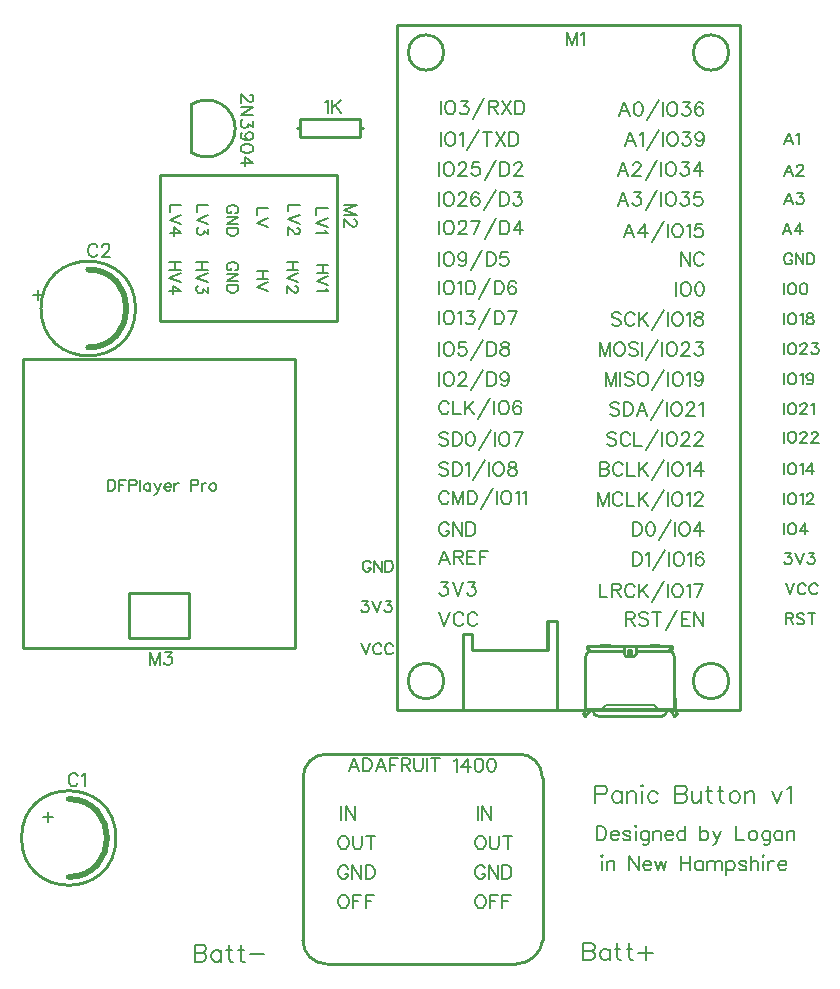
<source format=gto>
G04 Layer: TopSilkLayer*
G04 EasyEDA v6.4.25, 2022-01-16T12:25:19--5:00*
G04 Gerber Generator version 0.2*
G04 Scale: 100 percent, Rotated: No, Reflected: No *
G04 Dimensions in millimeters *
G04 leading zeros omitted , absolute positions ,4 integer and 5 decimal *
%FSLAX45Y45*%
%MOMM*%

%ADD10C,0.2540*%
%ADD21C,0.1524*%
%ADD22C,0.5000*%
%ADD23C,0.2032*%
%ADD24C,0.1501*%
%ADD25C,0.1778*%

%LPD*%
D23*
X5537200Y2056384D02*
G01*
X5537200Y1913128D01*
X5537200Y2056384D02*
G01*
X5598668Y2056384D01*
X5618988Y2049526D01*
X5625845Y2042668D01*
X5632704Y2029205D01*
X5632704Y2015489D01*
X5625845Y2001773D01*
X5618988Y1994915D01*
X5598668Y1988057D01*
X5537200Y1988057D02*
G01*
X5598668Y1988057D01*
X5618988Y1981454D01*
X5625845Y1974595D01*
X5632704Y1960879D01*
X5632704Y1940560D01*
X5625845Y1926844D01*
X5618988Y1919986D01*
X5598668Y1913128D01*
X5537200Y1913128D01*
X5759450Y2008631D02*
G01*
X5759450Y1913128D01*
X5759450Y1988057D02*
G01*
X5745734Y2001773D01*
X5732272Y2008631D01*
X5711697Y2008631D01*
X5698236Y2001773D01*
X5684520Y1988057D01*
X5677661Y1967737D01*
X5677661Y1954021D01*
X5684520Y1933702D01*
X5698236Y1919986D01*
X5711697Y1913128D01*
X5732272Y1913128D01*
X5745734Y1919986D01*
X5759450Y1933702D01*
X5824981Y2056384D02*
G01*
X5824981Y1940560D01*
X5831840Y1919986D01*
X5845302Y1913128D01*
X5859018Y1913128D01*
X5804408Y2008631D02*
G01*
X5852159Y2008631D01*
X5924550Y2056384D02*
G01*
X5924550Y1940560D01*
X5931408Y1919986D01*
X5944870Y1913128D01*
X5958586Y1913128D01*
X5903975Y2008631D02*
G01*
X5951727Y2008631D01*
X6065011Y2035810D02*
G01*
X6065011Y1913128D01*
X6003543Y1974595D02*
G01*
X6126225Y1974595D01*
X2247900Y2043684D02*
G01*
X2247900Y1900428D01*
X2247900Y2043684D02*
G01*
X2309368Y2043684D01*
X2329688Y2036826D01*
X2336545Y2029968D01*
X2343404Y2016505D01*
X2343404Y2002789D01*
X2336545Y1989073D01*
X2329688Y1982215D01*
X2309368Y1975357D01*
X2247900Y1975357D02*
G01*
X2309368Y1975357D01*
X2329688Y1968754D01*
X2336545Y1961895D01*
X2343404Y1948179D01*
X2343404Y1927860D01*
X2336545Y1914144D01*
X2329688Y1907286D01*
X2309368Y1900428D01*
X2247900Y1900428D01*
X2470150Y1995931D02*
G01*
X2470150Y1900428D01*
X2470150Y1975357D02*
G01*
X2456434Y1989073D01*
X2442972Y1995931D01*
X2422397Y1995931D01*
X2408936Y1989073D01*
X2395220Y1975357D01*
X2388361Y1955037D01*
X2388361Y1941321D01*
X2395220Y1921002D01*
X2408936Y1907286D01*
X2422397Y1900428D01*
X2442972Y1900428D01*
X2456434Y1907286D01*
X2470150Y1921002D01*
X2535681Y2043684D02*
G01*
X2535681Y1927860D01*
X2542540Y1907286D01*
X2556002Y1900428D01*
X2569718Y1900428D01*
X2515108Y1995931D02*
G01*
X2562859Y1995931D01*
X2635250Y2043684D02*
G01*
X2635250Y1927860D01*
X2642108Y1907286D01*
X2655570Y1900428D01*
X2669286Y1900428D01*
X2614675Y1995931D02*
G01*
X2662427Y1995931D01*
X2714243Y1961895D02*
G01*
X2836925Y1961895D01*
X5638800Y3389884D02*
G01*
X5638800Y3246628D01*
X5638800Y3389884D02*
G01*
X5700268Y3389884D01*
X5720588Y3383026D01*
X5727445Y3376168D01*
X5734304Y3362705D01*
X5734304Y3342131D01*
X5727445Y3328415D01*
X5720588Y3321557D01*
X5700268Y3314954D01*
X5638800Y3314954D01*
X5861050Y3342131D02*
G01*
X5861050Y3246628D01*
X5861050Y3321557D02*
G01*
X5847334Y3335273D01*
X5833872Y3342131D01*
X5813297Y3342131D01*
X5799836Y3335273D01*
X5786120Y3321557D01*
X5779261Y3301237D01*
X5779261Y3287521D01*
X5786120Y3267202D01*
X5799836Y3253486D01*
X5813297Y3246628D01*
X5833872Y3246628D01*
X5847334Y3253486D01*
X5861050Y3267202D01*
X5906008Y3342131D02*
G01*
X5906008Y3246628D01*
X5906008Y3314954D02*
G01*
X5926581Y3335273D01*
X5940043Y3342131D01*
X5960618Y3342131D01*
X5974334Y3335273D01*
X5981191Y3314954D01*
X5981191Y3246628D01*
X6026150Y3389884D02*
G01*
X6033008Y3383026D01*
X6039611Y3389884D01*
X6033008Y3396742D01*
X6026150Y3389884D01*
X6033008Y3342131D02*
G01*
X6033008Y3246628D01*
X6166611Y3321557D02*
G01*
X6152895Y3335273D01*
X6139179Y3342131D01*
X6118859Y3342131D01*
X6105143Y3335273D01*
X6091427Y3321557D01*
X6084824Y3301237D01*
X6084824Y3287521D01*
X6091427Y3267202D01*
X6105143Y3253486D01*
X6118859Y3246628D01*
X6139179Y3246628D01*
X6152895Y3253486D01*
X6166611Y3267202D01*
X6316472Y3389884D02*
G01*
X6316472Y3246628D01*
X6316472Y3389884D02*
G01*
X6377940Y3389884D01*
X6398259Y3383026D01*
X6405118Y3376168D01*
X6411975Y3362705D01*
X6411975Y3348989D01*
X6405118Y3335273D01*
X6398259Y3328415D01*
X6377940Y3321557D01*
X6316472Y3321557D02*
G01*
X6377940Y3321557D01*
X6398259Y3314954D01*
X6405118Y3308095D01*
X6411975Y3294379D01*
X6411975Y3274060D01*
X6405118Y3260344D01*
X6398259Y3253486D01*
X6377940Y3246628D01*
X6316472Y3246628D01*
X6456934Y3342131D02*
G01*
X6456934Y3274060D01*
X6463791Y3253486D01*
X6477508Y3246628D01*
X6497827Y3246628D01*
X6511543Y3253486D01*
X6531863Y3274060D01*
X6531863Y3342131D02*
G01*
X6531863Y3246628D01*
X6597395Y3389884D02*
G01*
X6597395Y3274060D01*
X6604254Y3253486D01*
X6617970Y3246628D01*
X6631431Y3246628D01*
X6577075Y3342131D02*
G01*
X6624827Y3342131D01*
X6696963Y3389884D02*
G01*
X6696963Y3274060D01*
X6703822Y3253486D01*
X6717538Y3246628D01*
X6731000Y3246628D01*
X6676643Y3342131D02*
G01*
X6724141Y3342131D01*
X6810247Y3342131D02*
G01*
X6796531Y3335273D01*
X6782815Y3321557D01*
X6775958Y3301237D01*
X6775958Y3287521D01*
X6782815Y3267202D01*
X6796531Y3253486D01*
X6810247Y3246628D01*
X6830568Y3246628D01*
X6844284Y3253486D01*
X6858000Y3267202D01*
X6864604Y3287521D01*
X6864604Y3301237D01*
X6858000Y3321557D01*
X6844284Y3335273D01*
X6830568Y3342131D01*
X6810247Y3342131D01*
X6909815Y3342131D02*
G01*
X6909815Y3246628D01*
X6909815Y3314954D02*
G01*
X6930136Y3335273D01*
X6943852Y3342131D01*
X6964172Y3342131D01*
X6977888Y3335273D01*
X6984745Y3314954D01*
X6984745Y3246628D01*
X7134606Y3342131D02*
G01*
X7175500Y3246628D01*
X7216647Y3342131D02*
G01*
X7175500Y3246628D01*
X7261606Y3362705D02*
G01*
X7275068Y3369310D01*
X7295641Y3389884D01*
X7295641Y3246628D01*
X5651500Y3047237D02*
G01*
X5651500Y2927857D01*
X5651500Y3047237D02*
G01*
X5691377Y3047237D01*
X5708395Y3041395D01*
X5719572Y3029965D01*
X5725413Y3018789D01*
X5731002Y3001771D01*
X5731002Y2973323D01*
X5725413Y2956305D01*
X5719572Y2944876D01*
X5708395Y2933445D01*
X5691377Y2927857D01*
X5651500Y2927857D01*
X5768593Y2973323D02*
G01*
X5836665Y2973323D01*
X5836665Y2984754D01*
X5831077Y2995929D01*
X5825490Y3001771D01*
X5814059Y3007360D01*
X5797041Y3007360D01*
X5785611Y3001771D01*
X5774181Y2990342D01*
X5768593Y2973323D01*
X5768593Y2961894D01*
X5774181Y2944876D01*
X5785611Y2933445D01*
X5797041Y2927857D01*
X5814059Y2927857D01*
X5825490Y2933445D01*
X5836665Y2944876D01*
X5936741Y2990342D02*
G01*
X5931154Y3001771D01*
X5913881Y3007360D01*
X5896863Y3007360D01*
X5879845Y3001771D01*
X5874258Y2990342D01*
X5879845Y2978912D01*
X5891275Y2973323D01*
X5919724Y2967481D01*
X5931154Y2961894D01*
X5936741Y2950463D01*
X5936741Y2944876D01*
X5931154Y2933445D01*
X5913881Y2927857D01*
X5896863Y2927857D01*
X5879845Y2933445D01*
X5874258Y2944876D01*
X5974334Y3047237D02*
G01*
X5979922Y3041395D01*
X5985509Y3047237D01*
X5979922Y3052826D01*
X5974334Y3047237D01*
X5979922Y3007360D02*
G01*
X5979922Y2927857D01*
X6091174Y3007360D02*
G01*
X6091174Y2916428D01*
X6085586Y2899410D01*
X6079997Y2893821D01*
X6068568Y2887979D01*
X6051550Y2887979D01*
X6040120Y2893821D01*
X6091174Y2990342D02*
G01*
X6079997Y3001771D01*
X6068568Y3007360D01*
X6051550Y3007360D01*
X6040120Y3001771D01*
X6028690Y2990342D01*
X6023102Y2973323D01*
X6023102Y2961894D01*
X6028690Y2944876D01*
X6040120Y2933445D01*
X6051550Y2927857D01*
X6068568Y2927857D01*
X6079997Y2933445D01*
X6091174Y2944876D01*
X6128765Y3007360D02*
G01*
X6128765Y2927857D01*
X6128765Y2984754D02*
G01*
X6145784Y3001771D01*
X6157213Y3007360D01*
X6174231Y3007360D01*
X6185661Y3001771D01*
X6191250Y2984754D01*
X6191250Y2927857D01*
X6228841Y2973323D02*
G01*
X6296913Y2973323D01*
X6296913Y2984754D01*
X6291325Y2995929D01*
X6285484Y3001771D01*
X6274308Y3007360D01*
X6257290Y3007360D01*
X6245859Y3001771D01*
X6234429Y2990342D01*
X6228841Y2973323D01*
X6228841Y2961894D01*
X6234429Y2944876D01*
X6245859Y2933445D01*
X6257290Y2927857D01*
X6274308Y2927857D01*
X6285484Y2933445D01*
X6296913Y2944876D01*
X6402577Y3047237D02*
G01*
X6402577Y2927857D01*
X6402577Y2990342D02*
G01*
X6391147Y3001771D01*
X6379972Y3007360D01*
X6362954Y3007360D01*
X6351524Y3001771D01*
X6340093Y2990342D01*
X6334506Y2973323D01*
X6334506Y2961894D01*
X6340093Y2944876D01*
X6351524Y2933445D01*
X6362954Y2927857D01*
X6379972Y2927857D01*
X6391147Y2933445D01*
X6402577Y2944876D01*
X6527545Y3047237D02*
G01*
X6527545Y2927857D01*
X6527545Y2990342D02*
G01*
X6538975Y3001771D01*
X6550406Y3007360D01*
X6567424Y3007360D01*
X6578854Y3001771D01*
X6590029Y2990342D01*
X6595872Y2973323D01*
X6595872Y2961894D01*
X6590029Y2944876D01*
X6578854Y2933445D01*
X6567424Y2927857D01*
X6550406Y2927857D01*
X6538975Y2933445D01*
X6527545Y2944876D01*
X6639052Y3007360D02*
G01*
X6673088Y2927857D01*
X6707124Y3007360D02*
G01*
X6673088Y2927857D01*
X6661658Y2904997D01*
X6650481Y2893821D01*
X6639052Y2887979D01*
X6633209Y2887979D01*
X6832091Y3047237D02*
G01*
X6832091Y2927857D01*
X6832091Y2927857D02*
G01*
X6900418Y2927857D01*
X6966204Y3007360D02*
G01*
X6955027Y3001771D01*
X6943597Y2990342D01*
X6937756Y2973323D01*
X6937756Y2961894D01*
X6943597Y2944876D01*
X6955027Y2933445D01*
X6966204Y2927857D01*
X6983222Y2927857D01*
X6994652Y2933445D01*
X7006081Y2944876D01*
X7011670Y2961894D01*
X7011670Y2973323D01*
X7006081Y2990342D01*
X6994652Y3001771D01*
X6983222Y3007360D01*
X6966204Y3007360D01*
X7117334Y3007360D02*
G01*
X7117334Y2916428D01*
X7111745Y2899410D01*
X7106158Y2893821D01*
X7094727Y2887979D01*
X7077709Y2887979D01*
X7066279Y2893821D01*
X7117334Y2990342D02*
G01*
X7106158Y3001771D01*
X7094727Y3007360D01*
X7077709Y3007360D01*
X7066279Y3001771D01*
X7054850Y2990342D01*
X7049261Y2973323D01*
X7049261Y2961894D01*
X7054850Y2944876D01*
X7066279Y2933445D01*
X7077709Y2927857D01*
X7094727Y2927857D01*
X7106158Y2933445D01*
X7117334Y2944876D01*
X7222997Y3007360D02*
G01*
X7222997Y2927857D01*
X7222997Y2990342D02*
G01*
X7211822Y3001771D01*
X7200391Y3007360D01*
X7183374Y3007360D01*
X7171943Y3001771D01*
X7160513Y2990342D01*
X7154925Y2973323D01*
X7154925Y2961894D01*
X7160513Y2944876D01*
X7171943Y2933445D01*
X7183374Y2927857D01*
X7200391Y2927857D01*
X7211822Y2933445D01*
X7222997Y2944876D01*
X7260590Y3007360D02*
G01*
X7260590Y2927857D01*
X7260590Y2984754D02*
G01*
X7277608Y3001771D01*
X7289038Y3007360D01*
X7306056Y3007360D01*
X7317486Y3001771D01*
X7323074Y2984754D01*
X7323074Y2927857D01*
X5689600Y2793237D02*
G01*
X5695188Y2787395D01*
X5701029Y2793237D01*
X5695188Y2798826D01*
X5689600Y2793237D01*
X5695188Y2753360D02*
G01*
X5695188Y2673857D01*
X5738368Y2753360D02*
G01*
X5738368Y2673857D01*
X5738368Y2730754D02*
G01*
X5755386Y2747771D01*
X5766815Y2753360D01*
X5783834Y2753360D01*
X5795263Y2747771D01*
X5800852Y2730754D01*
X5800852Y2673857D01*
X5926074Y2793237D02*
G01*
X5926074Y2673857D01*
X5926074Y2793237D02*
G01*
X6005575Y2673857D01*
X6005575Y2793237D02*
G01*
X6005575Y2673857D01*
X6042913Y2719323D02*
G01*
X6111240Y2719323D01*
X6111240Y2730754D01*
X6105397Y2741929D01*
X6099809Y2747771D01*
X6088379Y2753360D01*
X6071361Y2753360D01*
X6059931Y2747771D01*
X6048756Y2736342D01*
X6042913Y2719323D01*
X6042913Y2707894D01*
X6048756Y2690876D01*
X6059931Y2679445D01*
X6071361Y2673857D01*
X6088379Y2673857D01*
X6099809Y2679445D01*
X6111240Y2690876D01*
X6148577Y2753360D02*
G01*
X6171438Y2673857D01*
X6194043Y2753360D02*
G01*
X6171438Y2673857D01*
X6194043Y2753360D02*
G01*
X6216904Y2673857D01*
X6239509Y2753360D02*
G01*
X6216904Y2673857D01*
X6364477Y2793237D02*
G01*
X6364477Y2673857D01*
X6444234Y2793237D02*
G01*
X6444234Y2673857D01*
X6364477Y2736342D02*
G01*
X6444234Y2736342D01*
X6549897Y2753360D02*
G01*
X6549897Y2673857D01*
X6549897Y2736342D02*
G01*
X6538468Y2747771D01*
X6527038Y2753360D01*
X6510020Y2753360D01*
X6498590Y2747771D01*
X6487413Y2736342D01*
X6481572Y2719323D01*
X6481572Y2707894D01*
X6487413Y2690876D01*
X6498590Y2679445D01*
X6510020Y2673857D01*
X6527038Y2673857D01*
X6538468Y2679445D01*
X6549897Y2690876D01*
X6587236Y2753360D02*
G01*
X6587236Y2673857D01*
X6587236Y2730754D02*
G01*
X6604254Y2747771D01*
X6615684Y2753360D01*
X6632702Y2753360D01*
X6644131Y2747771D01*
X6649720Y2730754D01*
X6649720Y2673857D01*
X6649720Y2730754D02*
G01*
X6666991Y2747771D01*
X6678168Y2753360D01*
X6695186Y2753360D01*
X6706615Y2747771D01*
X6712204Y2730754D01*
X6712204Y2673857D01*
X6749795Y2753360D02*
G01*
X6749795Y2633979D01*
X6749795Y2736342D02*
G01*
X6761225Y2747771D01*
X6772656Y2753360D01*
X6789674Y2753360D01*
X6800850Y2747771D01*
X6812279Y2736342D01*
X6818122Y2719323D01*
X6818122Y2707894D01*
X6812279Y2690876D01*
X6800850Y2679445D01*
X6789674Y2673857D01*
X6772656Y2673857D01*
X6761225Y2679445D01*
X6749795Y2690876D01*
X6917943Y2736342D02*
G01*
X6912356Y2747771D01*
X6895338Y2753360D01*
X6878320Y2753360D01*
X6861302Y2747771D01*
X6855459Y2736342D01*
X6861302Y2724912D01*
X6872477Y2719323D01*
X6900925Y2713481D01*
X6912356Y2707894D01*
X6917943Y2696463D01*
X6917943Y2690876D01*
X6912356Y2679445D01*
X6895338Y2673857D01*
X6878320Y2673857D01*
X6861302Y2679445D01*
X6855459Y2690876D01*
X6955536Y2793237D02*
G01*
X6955536Y2673857D01*
X6955536Y2730754D02*
G01*
X6972554Y2747771D01*
X6983984Y2753360D01*
X7001002Y2753360D01*
X7012431Y2747771D01*
X7018020Y2730754D01*
X7018020Y2673857D01*
X7055611Y2793237D02*
G01*
X7061200Y2787395D01*
X7066788Y2793237D01*
X7061200Y2798826D01*
X7055611Y2793237D01*
X7061200Y2753360D02*
G01*
X7061200Y2673857D01*
X7104379Y2753360D02*
G01*
X7104379Y2673857D01*
X7104379Y2719323D02*
G01*
X7109968Y2736342D01*
X7121397Y2747771D01*
X7132827Y2753360D01*
X7149845Y2753360D01*
X7187438Y2719323D02*
G01*
X7255509Y2719323D01*
X7255509Y2730754D01*
X7249922Y2741929D01*
X7244079Y2747771D01*
X7232904Y2753360D01*
X7215631Y2753360D01*
X7204456Y2747771D01*
X7193025Y2736342D01*
X7187438Y2719323D01*
X7187438Y2707894D01*
X7193025Y2690876D01*
X7204456Y2679445D01*
X7215631Y2673857D01*
X7232904Y2673857D01*
X7244079Y2679445D01*
X7255509Y2690876D01*
X7275322Y8914637D02*
G01*
X7239000Y8819134D01*
X7275322Y8914637D02*
G01*
X7311643Y8819134D01*
X7252715Y8851137D02*
G01*
X7298181Y8851137D01*
X7341615Y8896604D02*
G01*
X7350759Y8901176D01*
X7364475Y8914637D01*
X7364475Y8819134D01*
X7275322Y8647937D02*
G01*
X7239000Y8552434D01*
X7275322Y8647937D02*
G01*
X7311643Y8552434D01*
X7252715Y8584437D02*
G01*
X7298181Y8584437D01*
X7346188Y8625331D02*
G01*
X7346188Y8629904D01*
X7350759Y8638794D01*
X7355331Y8643365D01*
X7364475Y8647937D01*
X7382509Y8647937D01*
X7391654Y8643365D01*
X7396225Y8638794D01*
X7400797Y8629904D01*
X7400797Y8620760D01*
X7396225Y8611615D01*
X7387081Y8597900D01*
X7341615Y8552434D01*
X7405370Y8552434D01*
X7275322Y8406637D02*
G01*
X7239000Y8311134D01*
X7275322Y8406637D02*
G01*
X7311643Y8311134D01*
X7252715Y8343137D02*
G01*
X7298181Y8343137D01*
X7350759Y8406637D02*
G01*
X7400797Y8406637D01*
X7373620Y8370315D01*
X7387081Y8370315D01*
X7396225Y8365744D01*
X7400797Y8361171D01*
X7405370Y8347710D01*
X7405370Y8338565D01*
X7400797Y8324850D01*
X7391654Y8315705D01*
X7378191Y8311134D01*
X7364475Y8311134D01*
X7350759Y8315705D01*
X7346188Y8320278D01*
X7341615Y8329421D01*
X7262622Y8152637D02*
G01*
X7226300Y8057134D01*
X7262622Y8152637D02*
G01*
X7298943Y8057134D01*
X7240015Y8089137D02*
G01*
X7285481Y8089137D01*
X7374381Y8152637D02*
G01*
X7328915Y8089137D01*
X7397241Y8089137D01*
X7374381Y8152637D02*
G01*
X7374381Y8057134D01*
X7307072Y7876031D02*
G01*
X7302754Y7885176D01*
X7293609Y7894065D01*
X7284465Y7898637D01*
X7266177Y7898637D01*
X7257288Y7894065D01*
X7248143Y7885176D01*
X7243572Y7876031D01*
X7239000Y7862315D01*
X7239000Y7839710D01*
X7243572Y7825994D01*
X7248143Y7816850D01*
X7257288Y7807705D01*
X7266177Y7803134D01*
X7284465Y7803134D01*
X7293609Y7807705D01*
X7302754Y7816850D01*
X7307072Y7825994D01*
X7307072Y7839710D01*
X7284465Y7839710D02*
G01*
X7307072Y7839710D01*
X7337297Y7898637D02*
G01*
X7337297Y7803134D01*
X7337297Y7898637D02*
G01*
X7400797Y7803134D01*
X7400797Y7898637D02*
G01*
X7400797Y7803134D01*
X7430770Y7898637D02*
G01*
X7430770Y7803134D01*
X7430770Y7898637D02*
G01*
X7462520Y7898637D01*
X7476236Y7894065D01*
X7485379Y7885176D01*
X7489952Y7876031D01*
X7494524Y7862315D01*
X7494524Y7839710D01*
X7489952Y7825994D01*
X7485379Y7816850D01*
X7476236Y7807705D01*
X7462520Y7803134D01*
X7430770Y7803134D01*
X7239000Y7644637D02*
G01*
X7239000Y7549134D01*
X7296150Y7644637D02*
G01*
X7287259Y7640065D01*
X7278115Y7631176D01*
X7273543Y7622031D01*
X7268972Y7608315D01*
X7268972Y7585710D01*
X7273543Y7571994D01*
X7278115Y7562850D01*
X7287259Y7553705D01*
X7296150Y7549134D01*
X7314438Y7549134D01*
X7323581Y7553705D01*
X7332725Y7562850D01*
X7337297Y7571994D01*
X7341615Y7585710D01*
X7341615Y7608315D01*
X7337297Y7622031D01*
X7332725Y7631176D01*
X7323581Y7640065D01*
X7314438Y7644637D01*
X7296150Y7644637D01*
X7399020Y7644637D02*
G01*
X7385304Y7640065D01*
X7376159Y7626604D01*
X7371841Y7603744D01*
X7371841Y7590281D01*
X7376159Y7567421D01*
X7385304Y7553705D01*
X7399020Y7549134D01*
X7408163Y7549134D01*
X7421625Y7553705D01*
X7430770Y7567421D01*
X7435341Y7590281D01*
X7435341Y7603744D01*
X7430770Y7626604D01*
X7421625Y7640065D01*
X7408163Y7644637D01*
X7399020Y7644637D01*
X7239000Y7390637D02*
G01*
X7239000Y7295134D01*
X7296150Y7390637D02*
G01*
X7287259Y7386065D01*
X7278115Y7377176D01*
X7273543Y7368031D01*
X7268972Y7354315D01*
X7268972Y7331710D01*
X7273543Y7317994D01*
X7278115Y7308850D01*
X7287259Y7299705D01*
X7296150Y7295134D01*
X7314438Y7295134D01*
X7323581Y7299705D01*
X7332725Y7308850D01*
X7337297Y7317994D01*
X7341615Y7331710D01*
X7341615Y7354315D01*
X7337297Y7368031D01*
X7332725Y7377176D01*
X7323581Y7386065D01*
X7314438Y7390637D01*
X7296150Y7390637D01*
X7371841Y7372604D02*
G01*
X7380731Y7377176D01*
X7394447Y7390637D01*
X7394447Y7295134D01*
X7447279Y7390637D02*
G01*
X7433563Y7386065D01*
X7428991Y7377176D01*
X7428991Y7368031D01*
X7433563Y7358887D01*
X7442708Y7354315D01*
X7460741Y7349744D01*
X7474458Y7345171D01*
X7483602Y7336281D01*
X7488174Y7327137D01*
X7488174Y7313421D01*
X7483602Y7304278D01*
X7479029Y7299705D01*
X7465313Y7295134D01*
X7447279Y7295134D01*
X7433563Y7299705D01*
X7428991Y7304278D01*
X7424420Y7313421D01*
X7424420Y7327137D01*
X7428991Y7336281D01*
X7438136Y7345171D01*
X7451852Y7349744D01*
X7469886Y7354315D01*
X7479029Y7358887D01*
X7483602Y7368031D01*
X7483602Y7377176D01*
X7479029Y7386065D01*
X7465313Y7390637D01*
X7447279Y7390637D01*
X7239000Y7136637D02*
G01*
X7239000Y7041134D01*
X7296150Y7136637D02*
G01*
X7287259Y7132065D01*
X7278115Y7123176D01*
X7273543Y7114031D01*
X7268972Y7100315D01*
X7268972Y7077710D01*
X7273543Y7063994D01*
X7278115Y7054850D01*
X7287259Y7045705D01*
X7296150Y7041134D01*
X7314438Y7041134D01*
X7323581Y7045705D01*
X7332725Y7054850D01*
X7337297Y7063994D01*
X7341615Y7077710D01*
X7341615Y7100315D01*
X7337297Y7114031D01*
X7332725Y7123176D01*
X7323581Y7132065D01*
X7314438Y7136637D01*
X7296150Y7136637D01*
X7376159Y7114031D02*
G01*
X7376159Y7118604D01*
X7380731Y7127494D01*
X7385304Y7132065D01*
X7394447Y7136637D01*
X7412736Y7136637D01*
X7421625Y7132065D01*
X7426197Y7127494D01*
X7430770Y7118604D01*
X7430770Y7109460D01*
X7426197Y7100315D01*
X7417308Y7086600D01*
X7371841Y7041134D01*
X7435341Y7041134D01*
X7474458Y7136637D02*
G01*
X7524495Y7136637D01*
X7497063Y7100315D01*
X7510779Y7100315D01*
X7519924Y7095744D01*
X7524495Y7091171D01*
X7529068Y7077710D01*
X7529068Y7068565D01*
X7524495Y7054850D01*
X7515352Y7045705D01*
X7501636Y7041134D01*
X7488174Y7041134D01*
X7474458Y7045705D01*
X7469886Y7050278D01*
X7465313Y7059421D01*
X7239000Y6882637D02*
G01*
X7239000Y6787134D01*
X7296150Y6882637D02*
G01*
X7287259Y6878065D01*
X7278115Y6869176D01*
X7273543Y6860031D01*
X7268972Y6846315D01*
X7268972Y6823710D01*
X7273543Y6809994D01*
X7278115Y6800850D01*
X7287259Y6791705D01*
X7296150Y6787134D01*
X7314438Y6787134D01*
X7323581Y6791705D01*
X7332725Y6800850D01*
X7337297Y6809994D01*
X7341615Y6823710D01*
X7341615Y6846315D01*
X7337297Y6860031D01*
X7332725Y6869176D01*
X7323581Y6878065D01*
X7314438Y6882637D01*
X7296150Y6882637D01*
X7371841Y6864604D02*
G01*
X7380731Y6869176D01*
X7394447Y6882637D01*
X7394447Y6787134D01*
X7483602Y6850887D02*
G01*
X7479029Y6837171D01*
X7469886Y6828281D01*
X7456170Y6823710D01*
X7451852Y6823710D01*
X7438136Y6828281D01*
X7428991Y6837171D01*
X7424420Y6850887D01*
X7424420Y6855460D01*
X7428991Y6869176D01*
X7438136Y6878065D01*
X7451852Y6882637D01*
X7456170Y6882637D01*
X7469886Y6878065D01*
X7479029Y6869176D01*
X7483602Y6850887D01*
X7483602Y6828281D01*
X7479029Y6805421D01*
X7469886Y6791705D01*
X7456170Y6787134D01*
X7447279Y6787134D01*
X7433563Y6791705D01*
X7428991Y6800850D01*
X7239000Y6628637D02*
G01*
X7239000Y6533134D01*
X7296150Y6628637D02*
G01*
X7287259Y6624065D01*
X7278115Y6615176D01*
X7273543Y6606031D01*
X7268972Y6592315D01*
X7268972Y6569710D01*
X7273543Y6555994D01*
X7278115Y6546850D01*
X7287259Y6537705D01*
X7296150Y6533134D01*
X7314438Y6533134D01*
X7323581Y6537705D01*
X7332725Y6546850D01*
X7337297Y6555994D01*
X7341615Y6569710D01*
X7341615Y6592315D01*
X7337297Y6606031D01*
X7332725Y6615176D01*
X7323581Y6624065D01*
X7314438Y6628637D01*
X7296150Y6628637D01*
X7376159Y6606031D02*
G01*
X7376159Y6610604D01*
X7380731Y6619494D01*
X7385304Y6624065D01*
X7394447Y6628637D01*
X7412736Y6628637D01*
X7421625Y6624065D01*
X7426197Y6619494D01*
X7430770Y6610604D01*
X7430770Y6601460D01*
X7426197Y6592315D01*
X7417308Y6578600D01*
X7371841Y6533134D01*
X7435341Y6533134D01*
X7465313Y6610604D02*
G01*
X7474458Y6615176D01*
X7488174Y6628637D01*
X7488174Y6533134D01*
X7239000Y6387337D02*
G01*
X7239000Y6291834D01*
X7296150Y6387337D02*
G01*
X7287259Y6382765D01*
X7278115Y6373876D01*
X7273543Y6364731D01*
X7268972Y6351015D01*
X7268972Y6328410D01*
X7273543Y6314694D01*
X7278115Y6305550D01*
X7287259Y6296405D01*
X7296150Y6291834D01*
X7314438Y6291834D01*
X7323581Y6296405D01*
X7332725Y6305550D01*
X7337297Y6314694D01*
X7341615Y6328410D01*
X7341615Y6351015D01*
X7337297Y6364731D01*
X7332725Y6373876D01*
X7323581Y6382765D01*
X7314438Y6387337D01*
X7296150Y6387337D01*
X7376159Y6364731D02*
G01*
X7376159Y6369304D01*
X7380731Y6378194D01*
X7385304Y6382765D01*
X7394447Y6387337D01*
X7412736Y6387337D01*
X7421625Y6382765D01*
X7426197Y6378194D01*
X7430770Y6369304D01*
X7430770Y6360160D01*
X7426197Y6351015D01*
X7417308Y6337300D01*
X7371841Y6291834D01*
X7435341Y6291834D01*
X7469886Y6364731D02*
G01*
X7469886Y6369304D01*
X7474458Y6378194D01*
X7479029Y6382765D01*
X7488174Y6387337D01*
X7506208Y6387337D01*
X7515352Y6382765D01*
X7519924Y6378194D01*
X7524495Y6369304D01*
X7524495Y6360160D01*
X7519924Y6351015D01*
X7510779Y6337300D01*
X7465313Y6291834D01*
X7529068Y6291834D01*
X7239000Y6120637D02*
G01*
X7239000Y6025134D01*
X7296150Y6120637D02*
G01*
X7287259Y6116065D01*
X7278115Y6107176D01*
X7273543Y6098031D01*
X7268972Y6084315D01*
X7268972Y6061710D01*
X7273543Y6047994D01*
X7278115Y6038850D01*
X7287259Y6029705D01*
X7296150Y6025134D01*
X7314438Y6025134D01*
X7323581Y6029705D01*
X7332725Y6038850D01*
X7337297Y6047994D01*
X7341615Y6061710D01*
X7341615Y6084315D01*
X7337297Y6098031D01*
X7332725Y6107176D01*
X7323581Y6116065D01*
X7314438Y6120637D01*
X7296150Y6120637D01*
X7371841Y6102604D02*
G01*
X7380731Y6107176D01*
X7394447Y6120637D01*
X7394447Y6025134D01*
X7469886Y6120637D02*
G01*
X7424420Y6057137D01*
X7492745Y6057137D01*
X7469886Y6120637D02*
G01*
X7469886Y6025134D01*
X7239000Y5866637D02*
G01*
X7239000Y5771134D01*
X7296150Y5866637D02*
G01*
X7287259Y5862065D01*
X7278115Y5853176D01*
X7273543Y5844031D01*
X7268972Y5830315D01*
X7268972Y5807710D01*
X7273543Y5793994D01*
X7278115Y5784850D01*
X7287259Y5775705D01*
X7296150Y5771134D01*
X7314438Y5771134D01*
X7323581Y5775705D01*
X7332725Y5784850D01*
X7337297Y5793994D01*
X7341615Y5807710D01*
X7341615Y5830315D01*
X7337297Y5844031D01*
X7332725Y5853176D01*
X7323581Y5862065D01*
X7314438Y5866637D01*
X7296150Y5866637D01*
X7371841Y5848604D02*
G01*
X7380731Y5853176D01*
X7394447Y5866637D01*
X7394447Y5771134D01*
X7428991Y5844031D02*
G01*
X7428991Y5848604D01*
X7433563Y5857494D01*
X7438136Y5862065D01*
X7447279Y5866637D01*
X7465313Y5866637D01*
X7474458Y5862065D01*
X7479029Y5857494D01*
X7483602Y5848604D01*
X7483602Y5839460D01*
X7479029Y5830315D01*
X7469886Y5816600D01*
X7424420Y5771134D01*
X7488174Y5771134D01*
X7239000Y5612637D02*
G01*
X7239000Y5517134D01*
X7296150Y5612637D02*
G01*
X7287259Y5608065D01*
X7278115Y5599176D01*
X7273543Y5590031D01*
X7268972Y5576315D01*
X7268972Y5553710D01*
X7273543Y5539994D01*
X7278115Y5530850D01*
X7287259Y5521705D01*
X7296150Y5517134D01*
X7314438Y5517134D01*
X7323581Y5521705D01*
X7332725Y5530850D01*
X7337297Y5539994D01*
X7341615Y5553710D01*
X7341615Y5576315D01*
X7337297Y5590031D01*
X7332725Y5599176D01*
X7323581Y5608065D01*
X7314438Y5612637D01*
X7296150Y5612637D01*
X7417308Y5612637D02*
G01*
X7371841Y5549137D01*
X7439913Y5549137D01*
X7417308Y5612637D02*
G01*
X7417308Y5517134D01*
X7248143Y5358637D02*
G01*
X7298181Y5358637D01*
X7270750Y5322315D01*
X7284465Y5322315D01*
X7293609Y5317744D01*
X7298181Y5313171D01*
X7302754Y5299710D01*
X7302754Y5290565D01*
X7298181Y5276850D01*
X7289038Y5267705D01*
X7275322Y5263134D01*
X7261606Y5263134D01*
X7248143Y5267705D01*
X7243572Y5272278D01*
X7239000Y5281421D01*
X7332725Y5358637D02*
G01*
X7369047Y5263134D01*
X7405370Y5358637D02*
G01*
X7369047Y5263134D01*
X7444486Y5358637D02*
G01*
X7494524Y5358637D01*
X7467091Y5322315D01*
X7480808Y5322315D01*
X7489952Y5317744D01*
X7494524Y5313171D01*
X7499095Y5299710D01*
X7499095Y5290565D01*
X7494524Y5276850D01*
X7485379Y5267705D01*
X7471663Y5263134D01*
X7458202Y5263134D01*
X7444486Y5267705D01*
X7439913Y5272278D01*
X7435341Y5281421D01*
X7251700Y5104637D02*
G01*
X7288022Y5009134D01*
X7324343Y5104637D02*
G01*
X7288022Y5009134D01*
X7422641Y5082031D02*
G01*
X7418070Y5091176D01*
X7408925Y5100065D01*
X7399781Y5104637D01*
X7381747Y5104637D01*
X7372604Y5100065D01*
X7363459Y5091176D01*
X7358888Y5082031D01*
X7354315Y5068315D01*
X7354315Y5045710D01*
X7358888Y5031994D01*
X7363459Y5022850D01*
X7372604Y5013705D01*
X7381747Y5009134D01*
X7399781Y5009134D01*
X7408925Y5013705D01*
X7418070Y5022850D01*
X7422641Y5031994D01*
X7520686Y5082031D02*
G01*
X7516368Y5091176D01*
X7507224Y5100065D01*
X7498079Y5104637D01*
X7479791Y5104637D01*
X7470902Y5100065D01*
X7461758Y5091176D01*
X7457186Y5082031D01*
X7452613Y5068315D01*
X7452613Y5045710D01*
X7457186Y5031994D01*
X7461758Y5022850D01*
X7470902Y5013705D01*
X7479791Y5009134D01*
X7498079Y5009134D01*
X7507224Y5013705D01*
X7516368Y5022850D01*
X7520686Y5031994D01*
X7251700Y4850637D02*
G01*
X7251700Y4755134D01*
X7251700Y4850637D02*
G01*
X7292593Y4850637D01*
X7306309Y4846065D01*
X7310881Y4841494D01*
X7315454Y4832604D01*
X7315454Y4823460D01*
X7310881Y4814315D01*
X7306309Y4809744D01*
X7292593Y4805171D01*
X7251700Y4805171D01*
X7283450Y4805171D02*
G01*
X7315454Y4755134D01*
X7408925Y4837176D02*
G01*
X7399781Y4846065D01*
X7386320Y4850637D01*
X7368031Y4850637D01*
X7354315Y4846065D01*
X7345425Y4837176D01*
X7345425Y4828031D01*
X7349997Y4818887D01*
X7354315Y4814315D01*
X7363459Y4809744D01*
X7390891Y4800600D01*
X7399781Y4796281D01*
X7404354Y4791710D01*
X7408925Y4782565D01*
X7408925Y4768850D01*
X7399781Y4759705D01*
X7386320Y4755134D01*
X7368031Y4755134D01*
X7354315Y4759705D01*
X7345425Y4768850D01*
X7470902Y4850637D02*
G01*
X7470902Y4755134D01*
X7438897Y4850637D02*
G01*
X7502652Y4850637D01*
X3738372Y5272531D02*
G01*
X3734054Y5281676D01*
X3724909Y5290565D01*
X3715765Y5295137D01*
X3697477Y5295137D01*
X3688588Y5290565D01*
X3679443Y5281676D01*
X3674872Y5272531D01*
X3670300Y5258815D01*
X3670300Y5236210D01*
X3674872Y5222494D01*
X3679443Y5213350D01*
X3688588Y5204205D01*
X3697477Y5199634D01*
X3715765Y5199634D01*
X3724909Y5204205D01*
X3734054Y5213350D01*
X3738372Y5222494D01*
X3738372Y5236210D01*
X3715765Y5236210D02*
G01*
X3738372Y5236210D01*
X3768597Y5295137D02*
G01*
X3768597Y5199634D01*
X3768597Y5295137D02*
G01*
X3832097Y5199634D01*
X3832097Y5295137D02*
G01*
X3832097Y5199634D01*
X3862070Y5295137D02*
G01*
X3862070Y5199634D01*
X3862070Y5295137D02*
G01*
X3893820Y5295137D01*
X3907536Y5290565D01*
X3916679Y5281676D01*
X3921252Y5272531D01*
X3925824Y5258815D01*
X3925824Y5236210D01*
X3921252Y5222494D01*
X3916679Y5213350D01*
X3907536Y5204205D01*
X3893820Y5199634D01*
X3862070Y5199634D01*
X3666743Y4952237D02*
G01*
X3716781Y4952237D01*
X3689350Y4915915D01*
X3703065Y4915915D01*
X3712209Y4911344D01*
X3716781Y4906771D01*
X3721354Y4893310D01*
X3721354Y4884165D01*
X3716781Y4870450D01*
X3707638Y4861305D01*
X3693922Y4856734D01*
X3680206Y4856734D01*
X3666743Y4861305D01*
X3662172Y4865878D01*
X3657600Y4875021D01*
X3751325Y4952237D02*
G01*
X3787647Y4856734D01*
X3823970Y4952237D02*
G01*
X3787647Y4856734D01*
X3863086Y4952237D02*
G01*
X3913124Y4952237D01*
X3885691Y4915915D01*
X3899408Y4915915D01*
X3908552Y4911344D01*
X3913124Y4906771D01*
X3917695Y4893310D01*
X3917695Y4884165D01*
X3913124Y4870450D01*
X3903979Y4861305D01*
X3890263Y4856734D01*
X3876802Y4856734D01*
X3863086Y4861305D01*
X3858513Y4865878D01*
X3853941Y4875021D01*
X3657600Y4596637D02*
G01*
X3693922Y4501134D01*
X3730243Y4596637D02*
G01*
X3693922Y4501134D01*
X3828541Y4574031D02*
G01*
X3823970Y4583176D01*
X3814825Y4592065D01*
X3805681Y4596637D01*
X3787647Y4596637D01*
X3778504Y4592065D01*
X3769359Y4583176D01*
X3764788Y4574031D01*
X3760215Y4560315D01*
X3760215Y4537710D01*
X3764788Y4523994D01*
X3769359Y4514850D01*
X3778504Y4505705D01*
X3787647Y4501134D01*
X3805681Y4501134D01*
X3814825Y4505705D01*
X3823970Y4514850D01*
X3828541Y4523994D01*
X3926586Y4574031D02*
G01*
X3922268Y4583176D01*
X3913124Y4592065D01*
X3903979Y4596637D01*
X3885691Y4596637D01*
X3876802Y4592065D01*
X3867658Y4583176D01*
X3863086Y4574031D01*
X3858513Y4560315D01*
X3858513Y4537710D01*
X3863086Y4523994D01*
X3867658Y4514850D01*
X3876802Y4505705D01*
X3885691Y4501134D01*
X3903979Y4501134D01*
X3913124Y4505705D01*
X3922268Y4514850D01*
X3926586Y4523994D01*
X1511300Y5980937D02*
G01*
X1511300Y5885434D01*
X1511300Y5980937D02*
G01*
X1543050Y5980937D01*
X1556765Y5976365D01*
X1565910Y5967476D01*
X1570481Y5958331D01*
X1575054Y5944615D01*
X1575054Y5922010D01*
X1570481Y5908294D01*
X1565910Y5899150D01*
X1556765Y5890005D01*
X1543050Y5885434D01*
X1511300Y5885434D01*
X1605026Y5980937D02*
G01*
X1605026Y5885434D01*
X1605026Y5980937D02*
G01*
X1663954Y5980937D01*
X1605026Y5935471D02*
G01*
X1641347Y5935471D01*
X1693926Y5980937D02*
G01*
X1693926Y5885434D01*
X1693926Y5980937D02*
G01*
X1734820Y5980937D01*
X1748536Y5976365D01*
X1753107Y5971794D01*
X1757679Y5962904D01*
X1757679Y5949187D01*
X1753107Y5940044D01*
X1748536Y5935471D01*
X1734820Y5930900D01*
X1693926Y5930900D01*
X1787652Y5980937D02*
G01*
X1787652Y5885434D01*
X1872234Y5949187D02*
G01*
X1872234Y5885434D01*
X1872234Y5935471D02*
G01*
X1863089Y5944615D01*
X1853945Y5949187D01*
X1840484Y5949187D01*
X1831339Y5944615D01*
X1822195Y5935471D01*
X1817623Y5922010D01*
X1817623Y5912865D01*
X1822195Y5899150D01*
X1831339Y5890005D01*
X1840484Y5885434D01*
X1853945Y5885434D01*
X1863089Y5890005D01*
X1872234Y5899150D01*
X1906778Y5949187D02*
G01*
X1933956Y5885434D01*
X1961388Y5949187D02*
G01*
X1933956Y5885434D01*
X1924812Y5867400D01*
X1915921Y5858255D01*
X1906778Y5853684D01*
X1902205Y5853684D01*
X1991359Y5922010D02*
G01*
X2045970Y5922010D01*
X2045970Y5930900D01*
X2041397Y5940044D01*
X2036825Y5944615D01*
X2027681Y5949187D01*
X2013965Y5949187D01*
X2004822Y5944615D01*
X1995931Y5935471D01*
X1991359Y5922010D01*
X1991359Y5912865D01*
X1995931Y5899150D01*
X2004822Y5890005D01*
X2013965Y5885434D01*
X2027681Y5885434D01*
X2036825Y5890005D01*
X2045970Y5899150D01*
X2075941Y5949187D02*
G01*
X2075941Y5885434D01*
X2075941Y5922010D02*
G01*
X2080513Y5935471D01*
X2089404Y5944615D01*
X2098547Y5949187D01*
X2112263Y5949187D01*
X2212086Y5980937D02*
G01*
X2212086Y5885434D01*
X2212086Y5980937D02*
G01*
X2253234Y5980937D01*
X2266695Y5976365D01*
X2271268Y5971794D01*
X2275840Y5962904D01*
X2275840Y5949187D01*
X2271268Y5940044D01*
X2266695Y5935471D01*
X2253234Y5930900D01*
X2212086Y5930900D01*
X2305811Y5949187D02*
G01*
X2305811Y5885434D01*
X2305811Y5922010D02*
G01*
X2310384Y5935471D01*
X2319527Y5944615D01*
X2328672Y5949187D01*
X2342134Y5949187D01*
X2394965Y5949187D02*
G01*
X2385822Y5944615D01*
X2376677Y5935471D01*
X2372106Y5922010D01*
X2372106Y5912865D01*
X2376677Y5899150D01*
X2385822Y5890005D01*
X2394965Y5885434D01*
X2408681Y5885434D01*
X2417572Y5890005D01*
X2426715Y5899150D01*
X2431288Y5912865D01*
X2431288Y5922010D01*
X2426715Y5935471D01*
X2417572Y5944615D01*
X2408681Y5949187D01*
X2394965Y5949187D01*
X1006094Y3162297D02*
G01*
X1006094Y3080509D01*
X965200Y3121403D02*
G01*
X1046987Y3121403D01*
D21*
X1259078Y3467607D02*
G01*
X1253744Y3478021D01*
X1243329Y3488436D01*
X1233170Y3493515D01*
X1212342Y3493515D01*
X1201928Y3488436D01*
X1191513Y3478021D01*
X1186179Y3467607D01*
X1181100Y3451860D01*
X1181100Y3425952D01*
X1186179Y3410457D01*
X1191513Y3400044D01*
X1201928Y3389629D01*
X1212342Y3384550D01*
X1233170Y3384550D01*
X1243329Y3389629D01*
X1253744Y3400044D01*
X1259078Y3410457D01*
X1293368Y3472687D02*
G01*
X1303781Y3478021D01*
X1319276Y3493515D01*
X1319276Y3384550D01*
D23*
X917194Y7584691D02*
G01*
X917194Y7502903D01*
X876300Y7543797D02*
G01*
X958087Y7543797D01*
D21*
X1424178Y7950708D02*
G01*
X1418844Y7961121D01*
X1408429Y7971536D01*
X1398270Y7976615D01*
X1377442Y7976615D01*
X1367028Y7971536D01*
X1356613Y7961121D01*
X1351279Y7950708D01*
X1346200Y7934960D01*
X1346200Y7909052D01*
X1351279Y7893558D01*
X1356613Y7883144D01*
X1367028Y7872729D01*
X1377442Y7867650D01*
X1398270Y7867650D01*
X1408429Y7872729D01*
X1418844Y7883144D01*
X1424178Y7893558D01*
X1463547Y7950708D02*
G01*
X1463547Y7955787D01*
X1468881Y7966202D01*
X1473962Y7971536D01*
X1484376Y7976615D01*
X1505204Y7976615D01*
X1515618Y7971536D01*
X1520697Y7966202D01*
X1526031Y7955787D01*
X1526031Y7945373D01*
X1520697Y7934960D01*
X1510284Y7919465D01*
X1458468Y7867650D01*
X1531112Y7867650D01*
X2718308Y9240520D02*
G01*
X2723388Y9240520D01*
X2733802Y9235186D01*
X2739136Y9230105D01*
X2744215Y9219692D01*
X2744215Y9198863D01*
X2739136Y9188450D01*
X2733802Y9183370D01*
X2723388Y9178036D01*
X2712974Y9178036D01*
X2702559Y9183370D01*
X2687065Y9193529D01*
X2635250Y9245600D01*
X2635250Y9172955D01*
X2744215Y9138665D02*
G01*
X2635250Y9138665D01*
X2744215Y9138665D02*
G01*
X2635250Y9065768D01*
X2744215Y9065768D02*
G01*
X2635250Y9065768D01*
X2744215Y9021063D02*
G01*
X2744215Y8963913D01*
X2702559Y8995155D01*
X2702559Y8979662D01*
X2697479Y8969247D01*
X2692400Y8963913D01*
X2676652Y8958834D01*
X2666238Y8958834D01*
X2650743Y8963913D01*
X2640329Y8974328D01*
X2635250Y8990076D01*
X2635250Y9005570D01*
X2640329Y9021063D01*
X2645409Y9026397D01*
X2655824Y9031478D01*
X2707893Y8856979D02*
G01*
X2692400Y8862060D01*
X2681986Y8872474D01*
X2676652Y8888221D01*
X2676652Y8893302D01*
X2681986Y8909050D01*
X2692400Y8919210D01*
X2707893Y8924544D01*
X2712974Y8924544D01*
X2728722Y8919210D01*
X2739136Y8909050D01*
X2744215Y8893302D01*
X2744215Y8888221D01*
X2739136Y8872474D01*
X2728722Y8862060D01*
X2707893Y8856979D01*
X2681986Y8856979D01*
X2655824Y8862060D01*
X2640329Y8872474D01*
X2635250Y8888221D01*
X2635250Y8898636D01*
X2640329Y8914129D01*
X2650743Y8919210D01*
X2744215Y8791447D02*
G01*
X2739136Y8807195D01*
X2723388Y8817610D01*
X2697479Y8822689D01*
X2681986Y8822689D01*
X2655824Y8817610D01*
X2640329Y8807195D01*
X2635250Y8791447D01*
X2635250Y8781034D01*
X2640329Y8765539D01*
X2655824Y8755126D01*
X2681986Y8750045D01*
X2697479Y8750045D01*
X2723388Y8755126D01*
X2739136Y8765539D01*
X2744215Y8781034D01*
X2744215Y8791447D01*
X2744215Y8663686D02*
G01*
X2671572Y8715755D01*
X2671572Y8637778D01*
X2744215Y8663686D02*
G01*
X2635250Y8663686D01*
X3352800Y9174987D02*
G01*
X3363213Y9180321D01*
X3378708Y9195815D01*
X3378708Y9086850D01*
X3412997Y9195815D02*
G01*
X3412997Y9086850D01*
X3485895Y9195815D02*
G01*
X3412997Y9123171D01*
X3439159Y9149079D02*
G01*
X3485895Y9086850D01*
D23*
X4330700Y9188958D02*
G01*
X4330700Y9074404D01*
X4399534Y9188958D02*
G01*
X4388611Y9183370D01*
X4377690Y9172447D01*
X4372102Y9161526D01*
X4366768Y9145270D01*
X4366768Y9118092D01*
X4372102Y9101581D01*
X4377690Y9090660D01*
X4388611Y9079737D01*
X4399534Y9074404D01*
X4421124Y9074404D01*
X4432045Y9079737D01*
X4442968Y9090660D01*
X4448556Y9101581D01*
X4453890Y9118092D01*
X4453890Y9145270D01*
X4448556Y9161526D01*
X4442968Y9172447D01*
X4432045Y9183370D01*
X4421124Y9188958D01*
X4399534Y9188958D01*
X4500879Y9188958D02*
G01*
X4560824Y9188958D01*
X4528058Y9145270D01*
X4544568Y9145270D01*
X4555490Y9139681D01*
X4560824Y9134347D01*
X4566411Y9118092D01*
X4566411Y9107170D01*
X4560824Y9090660D01*
X4549902Y9079737D01*
X4533645Y9074404D01*
X4517136Y9074404D01*
X4500879Y9079737D01*
X4495545Y9085326D01*
X4489958Y9096247D01*
X4700524Y9210802D02*
G01*
X4602225Y9036050D01*
X4736591Y9188958D02*
G01*
X4736591Y9074404D01*
X4736591Y9188958D02*
G01*
X4785613Y9188958D01*
X4801870Y9183370D01*
X4807458Y9178036D01*
X4812791Y9167113D01*
X4812791Y9156192D01*
X4807458Y9145270D01*
X4801870Y9139681D01*
X4785613Y9134347D01*
X4736591Y9134347D01*
X4774691Y9134347D02*
G01*
X4812791Y9074404D01*
X4848859Y9188958D02*
G01*
X4925313Y9074404D01*
X4925313Y9188958D02*
G01*
X4848859Y9074404D01*
X4961127Y9188958D02*
G01*
X4961127Y9074404D01*
X4961127Y9188958D02*
G01*
X4999481Y9188958D01*
X5015738Y9183370D01*
X5026659Y9172447D01*
X5032247Y9161526D01*
X5037581Y9145270D01*
X5037581Y9118092D01*
X5032247Y9101581D01*
X5026659Y9090660D01*
X5015738Y9079737D01*
X4999481Y9074404D01*
X4961127Y9074404D01*
X4330700Y8922258D02*
G01*
X4330700Y8807704D01*
X4399534Y8922258D02*
G01*
X4388611Y8916670D01*
X4377690Y8905747D01*
X4372102Y8894826D01*
X4366768Y8878570D01*
X4366768Y8851392D01*
X4372102Y8834881D01*
X4377690Y8823960D01*
X4388611Y8813037D01*
X4399534Y8807704D01*
X4421124Y8807704D01*
X4432045Y8813037D01*
X4442968Y8823960D01*
X4448556Y8834881D01*
X4453890Y8851392D01*
X4453890Y8878570D01*
X4448556Y8894826D01*
X4442968Y8905747D01*
X4432045Y8916670D01*
X4421124Y8922258D01*
X4399534Y8922258D01*
X4489958Y8900413D02*
G01*
X4500879Y8905747D01*
X4517136Y8922258D01*
X4517136Y8807704D01*
X4651502Y8944102D02*
G01*
X4553204Y8769350D01*
X4725670Y8922258D02*
G01*
X4725670Y8807704D01*
X4687315Y8922258D02*
G01*
X4763770Y8922258D01*
X4799838Y8922258D02*
G01*
X4876038Y8807704D01*
X4876038Y8922258D02*
G01*
X4799838Y8807704D01*
X4912106Y8922258D02*
G01*
X4912106Y8807704D01*
X4912106Y8922258D02*
G01*
X4950459Y8922258D01*
X4966715Y8916670D01*
X4977638Y8905747D01*
X4982972Y8894826D01*
X4988559Y8878570D01*
X4988559Y8851392D01*
X4982972Y8834881D01*
X4977638Y8823960D01*
X4966715Y8813037D01*
X4950459Y8807704D01*
X4912106Y8807704D01*
X4318000Y8668258D02*
G01*
X4318000Y8553704D01*
X4386834Y8668258D02*
G01*
X4375911Y8662670D01*
X4364990Y8651747D01*
X4359402Y8640826D01*
X4354068Y8624570D01*
X4354068Y8597392D01*
X4359402Y8580881D01*
X4364990Y8569960D01*
X4375911Y8559037D01*
X4386834Y8553704D01*
X4408424Y8553704D01*
X4419345Y8559037D01*
X4430268Y8569960D01*
X4435856Y8580881D01*
X4441190Y8597392D01*
X4441190Y8624570D01*
X4435856Y8640826D01*
X4430268Y8651747D01*
X4419345Y8662670D01*
X4408424Y8668258D01*
X4386834Y8668258D01*
X4482845Y8640826D02*
G01*
X4482845Y8646413D01*
X4488179Y8657336D01*
X4493513Y8662670D01*
X4504436Y8668258D01*
X4526279Y8668258D01*
X4537202Y8662670D01*
X4542790Y8657336D01*
X4548124Y8646413D01*
X4548124Y8635492D01*
X4542790Y8624570D01*
X4531868Y8608313D01*
X4477258Y8553704D01*
X4553711Y8553704D01*
X4655058Y8668258D02*
G01*
X4600447Y8668258D01*
X4595113Y8618981D01*
X4600447Y8624570D01*
X4616958Y8629904D01*
X4633213Y8629904D01*
X4649724Y8624570D01*
X4660645Y8613647D01*
X4665979Y8597392D01*
X4665979Y8586470D01*
X4660645Y8569960D01*
X4649724Y8559037D01*
X4633213Y8553704D01*
X4616958Y8553704D01*
X4600447Y8559037D01*
X4595113Y8564626D01*
X4589525Y8575547D01*
X4800091Y8690102D02*
G01*
X4702047Y8515350D01*
X4836159Y8668258D02*
G01*
X4836159Y8553704D01*
X4836159Y8668258D02*
G01*
X4874259Y8668258D01*
X4890770Y8662670D01*
X4901691Y8651747D01*
X4907025Y8640826D01*
X4912613Y8624570D01*
X4912613Y8597392D01*
X4907025Y8580881D01*
X4901691Y8569960D01*
X4890770Y8559037D01*
X4874259Y8553704D01*
X4836159Y8553704D01*
X4954015Y8640826D02*
G01*
X4954015Y8646413D01*
X4959350Y8657336D01*
X4964938Y8662670D01*
X4975859Y8668258D01*
X4997704Y8668258D01*
X5008625Y8662670D01*
X5013959Y8657336D01*
X5019547Y8646413D01*
X5019547Y8635492D01*
X5013959Y8624570D01*
X5003038Y8608313D01*
X4948427Y8553704D01*
X5024881Y8553704D01*
X4318000Y8414258D02*
G01*
X4318000Y8299704D01*
X4386834Y8414258D02*
G01*
X4375911Y8408670D01*
X4364990Y8397747D01*
X4359402Y8386826D01*
X4354068Y8370570D01*
X4354068Y8343392D01*
X4359402Y8326881D01*
X4364990Y8315960D01*
X4375911Y8305037D01*
X4386834Y8299704D01*
X4408424Y8299704D01*
X4419345Y8305037D01*
X4430268Y8315960D01*
X4435856Y8326881D01*
X4441190Y8343392D01*
X4441190Y8370570D01*
X4435856Y8386826D01*
X4430268Y8397747D01*
X4419345Y8408670D01*
X4408424Y8414258D01*
X4386834Y8414258D01*
X4482845Y8386826D02*
G01*
X4482845Y8392413D01*
X4488179Y8403336D01*
X4493513Y8408670D01*
X4504436Y8414258D01*
X4526279Y8414258D01*
X4537202Y8408670D01*
X4542790Y8403336D01*
X4548124Y8392413D01*
X4548124Y8381492D01*
X4542790Y8370570D01*
X4531868Y8354313D01*
X4477258Y8299704D01*
X4553711Y8299704D01*
X4655058Y8397747D02*
G01*
X4649724Y8408670D01*
X4633213Y8414258D01*
X4622291Y8414258D01*
X4606036Y8408670D01*
X4595113Y8392413D01*
X4589525Y8364981D01*
X4589525Y8337804D01*
X4595113Y8315960D01*
X4606036Y8305037D01*
X4622291Y8299704D01*
X4627879Y8299704D01*
X4644136Y8305037D01*
X4655058Y8315960D01*
X4660645Y8332470D01*
X4660645Y8337804D01*
X4655058Y8354313D01*
X4644136Y8364981D01*
X4627879Y8370570D01*
X4622291Y8370570D01*
X4606036Y8364981D01*
X4595113Y8354313D01*
X4589525Y8337804D01*
X4794758Y8436102D02*
G01*
X4696459Y8261350D01*
X4830825Y8414258D02*
G01*
X4830825Y8299704D01*
X4830825Y8414258D02*
G01*
X4868925Y8414258D01*
X4885181Y8408670D01*
X4896104Y8397747D01*
X4901691Y8386826D01*
X4907025Y8370570D01*
X4907025Y8343392D01*
X4901691Y8326881D01*
X4896104Y8315960D01*
X4885181Y8305037D01*
X4868925Y8299704D01*
X4830825Y8299704D01*
X4954015Y8414258D02*
G01*
X5013959Y8414258D01*
X4981193Y8370570D01*
X4997704Y8370570D01*
X5008625Y8364981D01*
X5013959Y8359647D01*
X5019547Y8343392D01*
X5019547Y8332470D01*
X5013959Y8315960D01*
X5003038Y8305037D01*
X4986781Y8299704D01*
X4970272Y8299704D01*
X4954015Y8305037D01*
X4948427Y8310626D01*
X4943093Y8321547D01*
X4318000Y8172958D02*
G01*
X4318000Y8058404D01*
X4386834Y8172958D02*
G01*
X4375911Y8167370D01*
X4364990Y8156447D01*
X4359402Y8145526D01*
X4354068Y8129270D01*
X4354068Y8102092D01*
X4359402Y8085581D01*
X4364990Y8074660D01*
X4375911Y8063737D01*
X4386834Y8058404D01*
X4408424Y8058404D01*
X4419345Y8063737D01*
X4430268Y8074660D01*
X4435856Y8085581D01*
X4441190Y8102092D01*
X4441190Y8129270D01*
X4435856Y8145526D01*
X4430268Y8156447D01*
X4419345Y8167370D01*
X4408424Y8172958D01*
X4386834Y8172958D01*
X4482845Y8145526D02*
G01*
X4482845Y8151113D01*
X4488179Y8162036D01*
X4493513Y8167370D01*
X4504436Y8172958D01*
X4526279Y8172958D01*
X4537202Y8167370D01*
X4542790Y8162036D01*
X4548124Y8151113D01*
X4548124Y8140192D01*
X4542790Y8129270D01*
X4531868Y8113013D01*
X4477258Y8058404D01*
X4553711Y8058404D01*
X4665979Y8172958D02*
G01*
X4611370Y8058404D01*
X4589525Y8172958D02*
G01*
X4665979Y8172958D01*
X4800091Y8194802D02*
G01*
X4702047Y8020050D01*
X4836159Y8172958D02*
G01*
X4836159Y8058404D01*
X4836159Y8172958D02*
G01*
X4874259Y8172958D01*
X4890770Y8167370D01*
X4901691Y8156447D01*
X4907025Y8145526D01*
X4912613Y8129270D01*
X4912613Y8102092D01*
X4907025Y8085581D01*
X4901691Y8074660D01*
X4890770Y8063737D01*
X4874259Y8058404D01*
X4836159Y8058404D01*
X5003038Y8172958D02*
G01*
X4948427Y8096504D01*
X5030470Y8096504D01*
X5003038Y8172958D02*
G01*
X5003038Y8058404D01*
X4318000Y7906258D02*
G01*
X4318000Y7791704D01*
X4386834Y7906258D02*
G01*
X4375911Y7900670D01*
X4364990Y7889747D01*
X4359402Y7878826D01*
X4354068Y7862570D01*
X4354068Y7835392D01*
X4359402Y7818881D01*
X4364990Y7807960D01*
X4375911Y7797037D01*
X4386834Y7791704D01*
X4408424Y7791704D01*
X4419345Y7797037D01*
X4430268Y7807960D01*
X4435856Y7818881D01*
X4441190Y7835392D01*
X4441190Y7862570D01*
X4435856Y7878826D01*
X4430268Y7889747D01*
X4419345Y7900670D01*
X4408424Y7906258D01*
X4386834Y7906258D01*
X4548124Y7867904D02*
G01*
X4542790Y7851647D01*
X4531868Y7840726D01*
X4515358Y7835392D01*
X4510024Y7835392D01*
X4493513Y7840726D01*
X4482845Y7851647D01*
X4477258Y7867904D01*
X4477258Y7873492D01*
X4482845Y7889747D01*
X4493513Y7900670D01*
X4510024Y7906258D01*
X4515358Y7906258D01*
X4531868Y7900670D01*
X4542790Y7889747D01*
X4548124Y7867904D01*
X4548124Y7840726D01*
X4542790Y7813547D01*
X4531868Y7797037D01*
X4515358Y7791704D01*
X4504436Y7791704D01*
X4488179Y7797037D01*
X4482845Y7807960D01*
X4682236Y7928102D02*
G01*
X4584191Y7753350D01*
X4718304Y7906258D02*
G01*
X4718304Y7791704D01*
X4718304Y7906258D02*
G01*
X4756658Y7906258D01*
X4772913Y7900670D01*
X4783836Y7889747D01*
X4789170Y7878826D01*
X4794758Y7862570D01*
X4794758Y7835392D01*
X4789170Y7818881D01*
X4783836Y7807960D01*
X4772913Y7797037D01*
X4756658Y7791704D01*
X4718304Y7791704D01*
X4896104Y7906258D02*
G01*
X4841747Y7906258D01*
X4836159Y7856981D01*
X4841747Y7862570D01*
X4858004Y7867904D01*
X4874259Y7867904D01*
X4890770Y7862570D01*
X4901691Y7851647D01*
X4907025Y7835392D01*
X4907025Y7824470D01*
X4901691Y7807960D01*
X4890770Y7797037D01*
X4874259Y7791704D01*
X4858004Y7791704D01*
X4841747Y7797037D01*
X4836159Y7802626D01*
X4830825Y7813547D01*
X4318000Y7664958D02*
G01*
X4318000Y7550404D01*
X4386834Y7664958D02*
G01*
X4375911Y7659370D01*
X4364990Y7648447D01*
X4359402Y7637526D01*
X4354068Y7621270D01*
X4354068Y7594092D01*
X4359402Y7577581D01*
X4364990Y7566660D01*
X4375911Y7555737D01*
X4386834Y7550404D01*
X4408424Y7550404D01*
X4419345Y7555737D01*
X4430268Y7566660D01*
X4435856Y7577581D01*
X4441190Y7594092D01*
X4441190Y7621270D01*
X4435856Y7637526D01*
X4430268Y7648447D01*
X4419345Y7659370D01*
X4408424Y7664958D01*
X4386834Y7664958D01*
X4477258Y7643113D02*
G01*
X4488179Y7648447D01*
X4504436Y7664958D01*
X4504436Y7550404D01*
X4573270Y7664958D02*
G01*
X4557013Y7659370D01*
X4546091Y7643113D01*
X4540504Y7615681D01*
X4540504Y7599426D01*
X4546091Y7572247D01*
X4557013Y7555737D01*
X4573270Y7550404D01*
X4584191Y7550404D01*
X4600447Y7555737D01*
X4611370Y7572247D01*
X4616958Y7599426D01*
X4616958Y7615681D01*
X4611370Y7643113D01*
X4600447Y7659370D01*
X4584191Y7664958D01*
X4573270Y7664958D01*
X4751070Y7686802D02*
G01*
X4653025Y7512050D01*
X4787138Y7664958D02*
G01*
X4787138Y7550404D01*
X4787138Y7664958D02*
G01*
X4825238Y7664958D01*
X4841747Y7659370D01*
X4852670Y7648447D01*
X4858004Y7637526D01*
X4863338Y7621270D01*
X4863338Y7594092D01*
X4858004Y7577581D01*
X4852670Y7566660D01*
X4841747Y7555737D01*
X4825238Y7550404D01*
X4787138Y7550404D01*
X4964938Y7648447D02*
G01*
X4959350Y7659370D01*
X4943093Y7664958D01*
X4932172Y7664958D01*
X4915915Y7659370D01*
X4904993Y7643113D01*
X4899406Y7615681D01*
X4899406Y7588504D01*
X4904993Y7566660D01*
X4915915Y7555737D01*
X4932172Y7550404D01*
X4937759Y7550404D01*
X4954015Y7555737D01*
X4964938Y7566660D01*
X4970272Y7583170D01*
X4970272Y7588504D01*
X4964938Y7605013D01*
X4954015Y7615681D01*
X4937759Y7621270D01*
X4932172Y7621270D01*
X4915915Y7615681D01*
X4904993Y7605013D01*
X4899406Y7588504D01*
X4318000Y7410958D02*
G01*
X4318000Y7296404D01*
X4386834Y7410958D02*
G01*
X4375911Y7405370D01*
X4364990Y7394447D01*
X4359402Y7383526D01*
X4354068Y7367270D01*
X4354068Y7340092D01*
X4359402Y7323581D01*
X4364990Y7312660D01*
X4375911Y7301737D01*
X4386834Y7296404D01*
X4408424Y7296404D01*
X4419345Y7301737D01*
X4430268Y7312660D01*
X4435856Y7323581D01*
X4441190Y7340092D01*
X4441190Y7367270D01*
X4435856Y7383526D01*
X4430268Y7394447D01*
X4419345Y7405370D01*
X4408424Y7410958D01*
X4386834Y7410958D01*
X4477258Y7389113D02*
G01*
X4488179Y7394447D01*
X4504436Y7410958D01*
X4504436Y7296404D01*
X4551425Y7410958D02*
G01*
X4611370Y7410958D01*
X4578604Y7367270D01*
X4595113Y7367270D01*
X4606036Y7361681D01*
X4611370Y7356347D01*
X4616958Y7340092D01*
X4616958Y7329170D01*
X4611370Y7312660D01*
X4600447Y7301737D01*
X4584191Y7296404D01*
X4567936Y7296404D01*
X4551425Y7301737D01*
X4546091Y7307326D01*
X4540504Y7318247D01*
X4751070Y7432802D02*
G01*
X4653025Y7258050D01*
X4787138Y7410958D02*
G01*
X4787138Y7296404D01*
X4787138Y7410958D02*
G01*
X4825238Y7410958D01*
X4841747Y7405370D01*
X4852670Y7394447D01*
X4858004Y7383526D01*
X4863338Y7367270D01*
X4863338Y7340092D01*
X4858004Y7323581D01*
X4852670Y7312660D01*
X4841747Y7301737D01*
X4825238Y7296404D01*
X4787138Y7296404D01*
X4975859Y7410958D02*
G01*
X4921250Y7296404D01*
X4899406Y7410958D02*
G01*
X4975859Y7410958D01*
X4318000Y7144258D02*
G01*
X4318000Y7029704D01*
X4386834Y7144258D02*
G01*
X4375911Y7138670D01*
X4364990Y7127747D01*
X4359402Y7116826D01*
X4354068Y7100570D01*
X4354068Y7073392D01*
X4359402Y7056881D01*
X4364990Y7045960D01*
X4375911Y7035037D01*
X4386834Y7029704D01*
X4408424Y7029704D01*
X4419345Y7035037D01*
X4430268Y7045960D01*
X4435856Y7056881D01*
X4441190Y7073392D01*
X4441190Y7100570D01*
X4435856Y7116826D01*
X4430268Y7127747D01*
X4419345Y7138670D01*
X4408424Y7144258D01*
X4386834Y7144258D01*
X4542790Y7144258D02*
G01*
X4488179Y7144258D01*
X4482845Y7094981D01*
X4488179Y7100570D01*
X4504436Y7105904D01*
X4520945Y7105904D01*
X4537202Y7100570D01*
X4548124Y7089647D01*
X4553711Y7073392D01*
X4553711Y7062470D01*
X4548124Y7045960D01*
X4537202Y7035037D01*
X4520945Y7029704D01*
X4504436Y7029704D01*
X4488179Y7035037D01*
X4482845Y7040626D01*
X4477258Y7051547D01*
X4687824Y7166102D02*
G01*
X4589525Y6991350D01*
X4723891Y7144258D02*
G01*
X4723891Y7029704D01*
X4723891Y7144258D02*
G01*
X4761991Y7144258D01*
X4778247Y7138670D01*
X4789170Y7127747D01*
X4794758Y7116826D01*
X4800091Y7100570D01*
X4800091Y7073392D01*
X4794758Y7056881D01*
X4789170Y7045960D01*
X4778247Y7035037D01*
X4761991Y7029704D01*
X4723891Y7029704D01*
X4863338Y7144258D02*
G01*
X4847081Y7138670D01*
X4841747Y7127747D01*
X4841747Y7116826D01*
X4847081Y7105904D01*
X4858004Y7100570D01*
X4879847Y7094981D01*
X4896104Y7089647D01*
X4907025Y7078726D01*
X4912613Y7067804D01*
X4912613Y7051547D01*
X4907025Y7040626D01*
X4901691Y7035037D01*
X4885181Y7029704D01*
X4863338Y7029704D01*
X4847081Y7035037D01*
X4841747Y7040626D01*
X4836159Y7051547D01*
X4836159Y7067804D01*
X4841747Y7078726D01*
X4852670Y7089647D01*
X4868925Y7094981D01*
X4890770Y7100570D01*
X4901691Y7105904D01*
X4907025Y7116826D01*
X4907025Y7127747D01*
X4901691Y7138670D01*
X4885181Y7144258D01*
X4863338Y7144258D01*
X4318000Y6890258D02*
G01*
X4318000Y6775704D01*
X4386834Y6890258D02*
G01*
X4375911Y6884670D01*
X4364990Y6873747D01*
X4359402Y6862826D01*
X4354068Y6846570D01*
X4354068Y6819392D01*
X4359402Y6802881D01*
X4364990Y6791960D01*
X4375911Y6781037D01*
X4386834Y6775704D01*
X4408424Y6775704D01*
X4419345Y6781037D01*
X4430268Y6791960D01*
X4435856Y6802881D01*
X4441190Y6819392D01*
X4441190Y6846570D01*
X4435856Y6862826D01*
X4430268Y6873747D01*
X4419345Y6884670D01*
X4408424Y6890258D01*
X4386834Y6890258D01*
X4482845Y6862826D02*
G01*
X4482845Y6868413D01*
X4488179Y6879336D01*
X4493513Y6884670D01*
X4504436Y6890258D01*
X4526279Y6890258D01*
X4537202Y6884670D01*
X4542790Y6879336D01*
X4548124Y6868413D01*
X4548124Y6857492D01*
X4542790Y6846570D01*
X4531868Y6830313D01*
X4477258Y6775704D01*
X4553711Y6775704D01*
X4687824Y6912102D02*
G01*
X4589525Y6737350D01*
X4723891Y6890258D02*
G01*
X4723891Y6775704D01*
X4723891Y6890258D02*
G01*
X4761991Y6890258D01*
X4778247Y6884670D01*
X4789170Y6873747D01*
X4794758Y6862826D01*
X4800091Y6846570D01*
X4800091Y6819392D01*
X4794758Y6802881D01*
X4789170Y6791960D01*
X4778247Y6781037D01*
X4761991Y6775704D01*
X4723891Y6775704D01*
X4907025Y6851904D02*
G01*
X4901691Y6835647D01*
X4890770Y6824726D01*
X4874259Y6819392D01*
X4868925Y6819392D01*
X4852670Y6824726D01*
X4841747Y6835647D01*
X4836159Y6851904D01*
X4836159Y6857492D01*
X4841747Y6873747D01*
X4852670Y6884670D01*
X4868925Y6890258D01*
X4874259Y6890258D01*
X4890770Y6884670D01*
X4901691Y6873747D01*
X4907025Y6851904D01*
X4907025Y6824726D01*
X4901691Y6797547D01*
X4890770Y6781037D01*
X4874259Y6775704D01*
X4863338Y6775704D01*
X4847081Y6781037D01*
X4841747Y6791960D01*
X4399788Y6621526D02*
G01*
X4394454Y6632447D01*
X4383531Y6643370D01*
X4372609Y6648958D01*
X4350765Y6648958D01*
X4339843Y6643370D01*
X4328922Y6632447D01*
X4323334Y6621526D01*
X4318000Y6605270D01*
X4318000Y6578092D01*
X4323334Y6561581D01*
X4328922Y6550660D01*
X4339843Y6539737D01*
X4350765Y6534404D01*
X4372609Y6534404D01*
X4383531Y6539737D01*
X4394454Y6550660D01*
X4399788Y6561581D01*
X4435856Y6648958D02*
G01*
X4435856Y6534404D01*
X4435856Y6534404D02*
G01*
X4501388Y6534404D01*
X4537202Y6648958D02*
G01*
X4537202Y6534404D01*
X4613656Y6648958D02*
G01*
X4537202Y6572504D01*
X4564634Y6599681D02*
G01*
X4613656Y6534404D01*
X4747768Y6670802D02*
G01*
X4649724Y6496050D01*
X4783836Y6648958D02*
G01*
X4783836Y6534404D01*
X4852670Y6648958D02*
G01*
X4841747Y6643370D01*
X4830825Y6632447D01*
X4825238Y6621526D01*
X4819904Y6605270D01*
X4819904Y6578092D01*
X4825238Y6561581D01*
X4830825Y6550660D01*
X4841747Y6539737D01*
X4852670Y6534404D01*
X4874259Y6534404D01*
X4885181Y6539737D01*
X4896104Y6550660D01*
X4901691Y6561581D01*
X4907025Y6578092D01*
X4907025Y6605270D01*
X4901691Y6621526D01*
X4896104Y6632447D01*
X4885181Y6643370D01*
X4874259Y6648958D01*
X4852670Y6648958D01*
X5008625Y6632447D02*
G01*
X5003038Y6643370D01*
X4986781Y6648958D01*
X4975859Y6648958D01*
X4959350Y6643370D01*
X4948427Y6627113D01*
X4943093Y6599681D01*
X4943093Y6572504D01*
X4948427Y6550660D01*
X4959350Y6539737D01*
X4975859Y6534404D01*
X4981193Y6534404D01*
X4997704Y6539737D01*
X5008625Y6550660D01*
X5013959Y6567170D01*
X5013959Y6572504D01*
X5008625Y6589013D01*
X4997704Y6599681D01*
X4981193Y6605270D01*
X4975859Y6605270D01*
X4959350Y6599681D01*
X4948427Y6589013D01*
X4943093Y6572504D01*
X4394454Y6365747D02*
G01*
X4383531Y6376670D01*
X4367022Y6382257D01*
X4345177Y6382257D01*
X4328922Y6376670D01*
X4318000Y6365747D01*
X4318000Y6354826D01*
X4323334Y6343904D01*
X4328922Y6338570D01*
X4339843Y6332981D01*
X4372609Y6322313D01*
X4383531Y6316726D01*
X4388865Y6311392D01*
X4394454Y6300470D01*
X4394454Y6283960D01*
X4383531Y6273037D01*
X4367022Y6267704D01*
X4345177Y6267704D01*
X4328922Y6273037D01*
X4318000Y6283960D01*
X4430268Y6382257D02*
G01*
X4430268Y6267704D01*
X4430268Y6382257D02*
G01*
X4468622Y6382257D01*
X4484877Y6376670D01*
X4495800Y6365747D01*
X4501388Y6354826D01*
X4506722Y6338570D01*
X4506722Y6311392D01*
X4501388Y6294881D01*
X4495800Y6283960D01*
X4484877Y6273037D01*
X4468622Y6267704D01*
X4430268Y6267704D01*
X4575556Y6382257D02*
G01*
X4559045Y6376670D01*
X4548124Y6360413D01*
X4542790Y6332981D01*
X4542790Y6316726D01*
X4548124Y6289547D01*
X4559045Y6273037D01*
X4575556Y6267704D01*
X4586477Y6267704D01*
X4602734Y6273037D01*
X4613656Y6289547D01*
X4618990Y6316726D01*
X4618990Y6332981D01*
X4613656Y6360413D01*
X4602734Y6376670D01*
X4586477Y6382257D01*
X4575556Y6382257D01*
X4753356Y6404102D02*
G01*
X4655058Y6229350D01*
X4789170Y6382257D02*
G01*
X4789170Y6267704D01*
X4858004Y6382257D02*
G01*
X4847081Y6376670D01*
X4836159Y6365747D01*
X4830825Y6354826D01*
X4825238Y6338570D01*
X4825238Y6311392D01*
X4830825Y6294881D01*
X4836159Y6283960D01*
X4847081Y6273037D01*
X4858004Y6267704D01*
X4879847Y6267704D01*
X4890770Y6273037D01*
X4901691Y6283960D01*
X4907025Y6294881D01*
X4912613Y6311392D01*
X4912613Y6338570D01*
X4907025Y6354826D01*
X4901691Y6365747D01*
X4890770Y6376670D01*
X4879847Y6382257D01*
X4858004Y6382257D01*
X5024881Y6382257D02*
G01*
X4970272Y6267704D01*
X4948427Y6382257D02*
G01*
X5024881Y6382257D01*
X4394454Y6111747D02*
G01*
X4383531Y6122670D01*
X4367022Y6128257D01*
X4345177Y6128257D01*
X4328922Y6122670D01*
X4318000Y6111747D01*
X4318000Y6100826D01*
X4323334Y6089904D01*
X4328922Y6084570D01*
X4339843Y6078981D01*
X4372609Y6068313D01*
X4383531Y6062726D01*
X4388865Y6057392D01*
X4394454Y6046470D01*
X4394454Y6029960D01*
X4383531Y6019037D01*
X4367022Y6013704D01*
X4345177Y6013704D01*
X4328922Y6019037D01*
X4318000Y6029960D01*
X4430268Y6128257D02*
G01*
X4430268Y6013704D01*
X4430268Y6128257D02*
G01*
X4468622Y6128257D01*
X4484877Y6122670D01*
X4495800Y6111747D01*
X4501388Y6100826D01*
X4506722Y6084570D01*
X4506722Y6057392D01*
X4501388Y6040881D01*
X4495800Y6029960D01*
X4484877Y6019037D01*
X4468622Y6013704D01*
X4430268Y6013704D01*
X4542790Y6106413D02*
G01*
X4553711Y6111747D01*
X4569968Y6128257D01*
X4569968Y6013704D01*
X4704079Y6150102D02*
G01*
X4606036Y5975350D01*
X4740147Y6128257D02*
G01*
X4740147Y6013704D01*
X4808981Y6128257D02*
G01*
X4798059Y6122670D01*
X4787138Y6111747D01*
X4781550Y6100826D01*
X4776215Y6084570D01*
X4776215Y6057392D01*
X4781550Y6040881D01*
X4787138Y6029960D01*
X4798059Y6019037D01*
X4808981Y6013704D01*
X4830825Y6013704D01*
X4841747Y6019037D01*
X4852670Y6029960D01*
X4858004Y6040881D01*
X4863338Y6057392D01*
X4863338Y6084570D01*
X4858004Y6100826D01*
X4852670Y6111747D01*
X4841747Y6122670D01*
X4830825Y6128257D01*
X4808981Y6128257D01*
X4926838Y6128257D02*
G01*
X4910327Y6122670D01*
X4904993Y6111747D01*
X4904993Y6100826D01*
X4910327Y6089904D01*
X4921250Y6084570D01*
X4943093Y6078981D01*
X4959350Y6073647D01*
X4970272Y6062726D01*
X4975859Y6051804D01*
X4975859Y6035547D01*
X4970272Y6024626D01*
X4964938Y6019037D01*
X4948427Y6013704D01*
X4926838Y6013704D01*
X4910327Y6019037D01*
X4904993Y6024626D01*
X4899406Y6035547D01*
X4899406Y6051804D01*
X4904993Y6062726D01*
X4915915Y6073647D01*
X4932172Y6078981D01*
X4954015Y6084570D01*
X4964938Y6089904D01*
X4970272Y6100826D01*
X4970272Y6111747D01*
X4964938Y6122670D01*
X4948427Y6128257D01*
X4926838Y6128257D01*
X4399788Y5859526D02*
G01*
X4394454Y5870447D01*
X4383531Y5881370D01*
X4372609Y5886957D01*
X4350765Y5886957D01*
X4339843Y5881370D01*
X4328922Y5870447D01*
X4323334Y5859526D01*
X4318000Y5843270D01*
X4318000Y5816092D01*
X4323334Y5799581D01*
X4328922Y5788660D01*
X4339843Y5777737D01*
X4350765Y5772404D01*
X4372609Y5772404D01*
X4383531Y5777737D01*
X4394454Y5788660D01*
X4399788Y5799581D01*
X4435856Y5886957D02*
G01*
X4435856Y5772404D01*
X4435856Y5886957D02*
G01*
X4479543Y5772404D01*
X4522977Y5886957D02*
G01*
X4479543Y5772404D01*
X4522977Y5886957D02*
G01*
X4522977Y5772404D01*
X4559045Y5886957D02*
G01*
X4559045Y5772404D01*
X4559045Y5886957D02*
G01*
X4597145Y5886957D01*
X4613656Y5881370D01*
X4624577Y5870447D01*
X4629911Y5859526D01*
X4635500Y5843270D01*
X4635500Y5816092D01*
X4629911Y5799581D01*
X4624577Y5788660D01*
X4613656Y5777737D01*
X4597145Y5772404D01*
X4559045Y5772404D01*
X4769611Y5908802D02*
G01*
X4671568Y5734050D01*
X4805679Y5886957D02*
G01*
X4805679Y5772404D01*
X4874259Y5886957D02*
G01*
X4863338Y5881370D01*
X4852670Y5870447D01*
X4847081Y5859526D01*
X4841747Y5843270D01*
X4841747Y5816092D01*
X4847081Y5799581D01*
X4852670Y5788660D01*
X4863338Y5777737D01*
X4874259Y5772404D01*
X4896104Y5772404D01*
X4907025Y5777737D01*
X4917947Y5788660D01*
X4923536Y5799581D01*
X4928870Y5816092D01*
X4928870Y5843270D01*
X4923536Y5859526D01*
X4917947Y5870447D01*
X4907025Y5881370D01*
X4896104Y5886957D01*
X4874259Y5886957D01*
X4964938Y5865113D02*
G01*
X4975859Y5870447D01*
X4992115Y5886957D01*
X4992115Y5772404D01*
X5028184Y5865113D02*
G01*
X5039106Y5870447D01*
X5055361Y5886957D01*
X5055361Y5772404D01*
X4399788Y5592826D02*
G01*
X4394454Y5603747D01*
X4383531Y5614670D01*
X4372609Y5620257D01*
X4350765Y5620257D01*
X4339843Y5614670D01*
X4328922Y5603747D01*
X4323334Y5592826D01*
X4318000Y5576570D01*
X4318000Y5549392D01*
X4323334Y5532881D01*
X4328922Y5521960D01*
X4339843Y5511037D01*
X4350765Y5505704D01*
X4372609Y5505704D01*
X4383531Y5511037D01*
X4394454Y5521960D01*
X4399788Y5532881D01*
X4399788Y5549392D01*
X4372609Y5549392D02*
G01*
X4399788Y5549392D01*
X4435856Y5620257D02*
G01*
X4435856Y5505704D01*
X4435856Y5620257D02*
G01*
X4512056Y5505704D01*
X4512056Y5620257D02*
G01*
X4512056Y5505704D01*
X4548124Y5620257D02*
G01*
X4548124Y5505704D01*
X4548124Y5620257D02*
G01*
X4586477Y5620257D01*
X4602734Y5614670D01*
X4613656Y5603747D01*
X4618990Y5592826D01*
X4624577Y5576570D01*
X4624577Y5549392D01*
X4618990Y5532881D01*
X4613656Y5521960D01*
X4602734Y5511037D01*
X4586477Y5505704D01*
X4548124Y5505704D01*
X4361688Y5378957D02*
G01*
X4318000Y5264404D01*
X4361688Y5378957D02*
G01*
X4405375Y5264404D01*
X4334256Y5302504D02*
G01*
X4388865Y5302504D01*
X4441190Y5378957D02*
G01*
X4441190Y5264404D01*
X4441190Y5378957D02*
G01*
X4490465Y5378957D01*
X4506722Y5373370D01*
X4512056Y5368036D01*
X4517643Y5357113D01*
X4517643Y5346192D01*
X4512056Y5335270D01*
X4506722Y5329681D01*
X4490465Y5324347D01*
X4441190Y5324347D01*
X4479543Y5324347D02*
G01*
X4517643Y5264404D01*
X4553711Y5378957D02*
G01*
X4553711Y5264404D01*
X4553711Y5378957D02*
G01*
X4624577Y5378957D01*
X4553711Y5324347D02*
G01*
X4597145Y5324347D01*
X4553711Y5264404D02*
G01*
X4624577Y5264404D01*
X4660645Y5378957D02*
G01*
X4660645Y5264404D01*
X4660645Y5378957D02*
G01*
X4731511Y5378957D01*
X4660645Y5324347D02*
G01*
X4704079Y5324347D01*
X4328922Y5112257D02*
G01*
X4388865Y5112257D01*
X4356100Y5068570D01*
X4372609Y5068570D01*
X4383531Y5062981D01*
X4388865Y5057647D01*
X4394454Y5041392D01*
X4394454Y5030470D01*
X4388865Y5013960D01*
X4377943Y5003037D01*
X4361688Y4997704D01*
X4345177Y4997704D01*
X4328922Y5003037D01*
X4323334Y5008626D01*
X4318000Y5019547D01*
X4430268Y5112257D02*
G01*
X4473956Y4997704D01*
X4517643Y5112257D02*
G01*
X4473956Y4997704D01*
X4564634Y5112257D02*
G01*
X4624577Y5112257D01*
X4591811Y5068570D01*
X4608068Y5068570D01*
X4618990Y5062981D01*
X4624577Y5057647D01*
X4629911Y5041392D01*
X4629911Y5030470D01*
X4624577Y5013960D01*
X4613656Y5003037D01*
X4597145Y4997704D01*
X4580890Y4997704D01*
X4564634Y5003037D01*
X4559045Y5008626D01*
X4553711Y5019547D01*
X4318000Y4858257D02*
G01*
X4361688Y4743704D01*
X4405375Y4858257D02*
G01*
X4361688Y4743704D01*
X4522977Y4830826D02*
G01*
X4517643Y4841747D01*
X4506722Y4852670D01*
X4495800Y4858257D01*
X4473956Y4858257D01*
X4463034Y4852670D01*
X4452111Y4841747D01*
X4446777Y4830826D01*
X4441190Y4814570D01*
X4441190Y4787392D01*
X4446777Y4770881D01*
X4452111Y4759960D01*
X4463034Y4749037D01*
X4473956Y4743704D01*
X4495800Y4743704D01*
X4506722Y4749037D01*
X4517643Y4759960D01*
X4522977Y4770881D01*
X4640834Y4830826D02*
G01*
X4635500Y4841747D01*
X4624577Y4852670D01*
X4613656Y4858257D01*
X4591811Y4858257D01*
X4580890Y4852670D01*
X4569968Y4841747D01*
X4564634Y4830826D01*
X4559045Y4814570D01*
X4559045Y4787392D01*
X4564634Y4770881D01*
X4569968Y4759960D01*
X4580890Y4749037D01*
X4591811Y4743704D01*
X4613656Y4743704D01*
X4624577Y4749037D01*
X4635500Y4759960D01*
X4640834Y4770881D01*
X5885688Y9176258D02*
G01*
X5842000Y9061704D01*
X5885688Y9176258D02*
G01*
X5929375Y9061704D01*
X5858256Y9099804D02*
G01*
X5912865Y9099804D01*
X5997956Y9176258D02*
G01*
X5981700Y9170670D01*
X5970777Y9154413D01*
X5965190Y9126981D01*
X5965190Y9110726D01*
X5970777Y9083547D01*
X5981700Y9067037D01*
X5997956Y9061704D01*
X6008877Y9061704D01*
X6025388Y9067037D01*
X6036056Y9083547D01*
X6041643Y9110726D01*
X6041643Y9126981D01*
X6036056Y9154413D01*
X6025388Y9170670D01*
X6008877Y9176258D01*
X5997956Y9176258D01*
X6175756Y9198102D02*
G01*
X6077711Y9023350D01*
X6211824Y9176258D02*
G01*
X6211824Y9061704D01*
X6280658Y9176258D02*
G01*
X6269736Y9170670D01*
X6258813Y9159747D01*
X6253225Y9148826D01*
X6247891Y9132570D01*
X6247891Y9105392D01*
X6253225Y9088881D01*
X6258813Y9077960D01*
X6269736Y9067037D01*
X6280658Y9061704D01*
X6302247Y9061704D01*
X6313170Y9067037D01*
X6324091Y9077960D01*
X6329679Y9088881D01*
X6335013Y9105392D01*
X6335013Y9132570D01*
X6329679Y9148826D01*
X6324091Y9159747D01*
X6313170Y9170670D01*
X6302247Y9176258D01*
X6280658Y9176258D01*
X6382004Y9176258D02*
G01*
X6441947Y9176258D01*
X6409181Y9132570D01*
X6425691Y9132570D01*
X6436613Y9126981D01*
X6441947Y9121647D01*
X6447536Y9105392D01*
X6447536Y9094470D01*
X6441947Y9077960D01*
X6431025Y9067037D01*
X6414770Y9061704D01*
X6398259Y9061704D01*
X6382004Y9067037D01*
X6376670Y9072626D01*
X6371081Y9083547D01*
X6548881Y9159747D02*
G01*
X6543547Y9170670D01*
X6527038Y9176258D01*
X6516115Y9176258D01*
X6499859Y9170670D01*
X6488938Y9154413D01*
X6483350Y9126981D01*
X6483350Y9099804D01*
X6488938Y9077960D01*
X6499859Y9067037D01*
X6516115Y9061704D01*
X6521704Y9061704D01*
X6537959Y9067037D01*
X6548881Y9077960D01*
X6554470Y9094470D01*
X6554470Y9099804D01*
X6548881Y9116313D01*
X6537959Y9126981D01*
X6521704Y9132570D01*
X6516115Y9132570D01*
X6499859Y9126981D01*
X6488938Y9116313D01*
X6483350Y9099804D01*
X5936488Y8922258D02*
G01*
X5892800Y8807704D01*
X5936488Y8922258D02*
G01*
X5980175Y8807704D01*
X5909056Y8845804D02*
G01*
X5963665Y8845804D01*
X6015990Y8900413D02*
G01*
X6026911Y8905747D01*
X6043422Y8922258D01*
X6043422Y8807704D01*
X6177534Y8944102D02*
G01*
X6079236Y8769350D01*
X6213602Y8922258D02*
G01*
X6213602Y8807704D01*
X6282181Y8922258D02*
G01*
X6271259Y8916670D01*
X6260338Y8905747D01*
X6255004Y8894826D01*
X6249415Y8878570D01*
X6249415Y8851392D01*
X6255004Y8834881D01*
X6260338Y8823960D01*
X6271259Y8813037D01*
X6282181Y8807704D01*
X6304025Y8807704D01*
X6314947Y8813037D01*
X6325870Y8823960D01*
X6331458Y8834881D01*
X6336791Y8851392D01*
X6336791Y8878570D01*
X6331458Y8894826D01*
X6325870Y8905747D01*
X6314947Y8916670D01*
X6304025Y8922258D01*
X6282181Y8922258D01*
X6383781Y8922258D02*
G01*
X6443725Y8922258D01*
X6410959Y8878570D01*
X6427470Y8878570D01*
X6438138Y8872981D01*
X6443725Y8867647D01*
X6449059Y8851392D01*
X6449059Y8840470D01*
X6443725Y8823960D01*
X6432804Y8813037D01*
X6416547Y8807704D01*
X6400038Y8807704D01*
X6383781Y8813037D01*
X6378193Y8818626D01*
X6372859Y8829547D01*
X6555993Y8883904D02*
G01*
X6550659Y8867647D01*
X6539738Y8856726D01*
X6523227Y8851392D01*
X6517893Y8851392D01*
X6501638Y8856726D01*
X6490715Y8867647D01*
X6485127Y8883904D01*
X6485127Y8889492D01*
X6490715Y8905747D01*
X6501638Y8916670D01*
X6517893Y8922258D01*
X6523227Y8922258D01*
X6539738Y8916670D01*
X6550659Y8905747D01*
X6555993Y8883904D01*
X6555993Y8856726D01*
X6550659Y8829547D01*
X6539738Y8813037D01*
X6523227Y8807704D01*
X6512559Y8807704D01*
X6496050Y8813037D01*
X6490715Y8823960D01*
X5872988Y8668258D02*
G01*
X5829300Y8553704D01*
X5872988Y8668258D02*
G01*
X5916675Y8553704D01*
X5845556Y8591804D02*
G01*
X5900165Y8591804D01*
X5958077Y8640826D02*
G01*
X5958077Y8646413D01*
X5963411Y8657336D01*
X5969000Y8662670D01*
X5979922Y8668258D01*
X6001765Y8668258D01*
X6012688Y8662670D01*
X6018022Y8657336D01*
X6023356Y8646413D01*
X6023356Y8635492D01*
X6018022Y8624570D01*
X6007100Y8608313D01*
X5952490Y8553704D01*
X6028943Y8553704D01*
X6163056Y8690102D02*
G01*
X6065011Y8515350D01*
X6199124Y8668258D02*
G01*
X6199124Y8553704D01*
X6267958Y8668258D02*
G01*
X6257036Y8662670D01*
X6246113Y8651747D01*
X6240525Y8640826D01*
X6235191Y8624570D01*
X6235191Y8597392D01*
X6240525Y8580881D01*
X6246113Y8569960D01*
X6257036Y8559037D01*
X6267958Y8553704D01*
X6289547Y8553704D01*
X6300470Y8559037D01*
X6311391Y8569960D01*
X6316979Y8580881D01*
X6322313Y8597392D01*
X6322313Y8624570D01*
X6316979Y8640826D01*
X6311391Y8651747D01*
X6300470Y8662670D01*
X6289547Y8668258D01*
X6267958Y8668258D01*
X6369304Y8668258D02*
G01*
X6429247Y8668258D01*
X6396481Y8624570D01*
X6412991Y8624570D01*
X6423913Y8618981D01*
X6429247Y8613647D01*
X6434836Y8597392D01*
X6434836Y8586470D01*
X6429247Y8569960D01*
X6418325Y8559037D01*
X6402070Y8553704D01*
X6385559Y8553704D01*
X6369304Y8559037D01*
X6363970Y8564626D01*
X6358381Y8575547D01*
X6525259Y8668258D02*
G01*
X6470650Y8591804D01*
X6552691Y8591804D01*
X6525259Y8668258D02*
G01*
X6525259Y8553704D01*
X5872988Y8414258D02*
G01*
X5829300Y8299704D01*
X5872988Y8414258D02*
G01*
X5916675Y8299704D01*
X5845556Y8337804D02*
G01*
X5900165Y8337804D01*
X5963411Y8414258D02*
G01*
X6023356Y8414258D01*
X5990843Y8370570D01*
X6007100Y8370570D01*
X6018022Y8364981D01*
X6023356Y8359647D01*
X6028943Y8343392D01*
X6028943Y8332470D01*
X6023356Y8315960D01*
X6012688Y8305037D01*
X5996177Y8299704D01*
X5979922Y8299704D01*
X5963411Y8305037D01*
X5958077Y8310626D01*
X5952490Y8321547D01*
X6163056Y8436102D02*
G01*
X6065011Y8261350D01*
X6199124Y8414258D02*
G01*
X6199124Y8299704D01*
X6267958Y8414258D02*
G01*
X6257036Y8408670D01*
X6246113Y8397747D01*
X6240525Y8386826D01*
X6235191Y8370570D01*
X6235191Y8343392D01*
X6240525Y8326881D01*
X6246113Y8315960D01*
X6257036Y8305037D01*
X6267958Y8299704D01*
X6289547Y8299704D01*
X6300470Y8305037D01*
X6311391Y8315960D01*
X6316979Y8326881D01*
X6322313Y8343392D01*
X6322313Y8370570D01*
X6316979Y8386826D01*
X6311391Y8397747D01*
X6300470Y8408670D01*
X6289547Y8414258D01*
X6267958Y8414258D01*
X6369304Y8414258D02*
G01*
X6429247Y8414258D01*
X6396481Y8370570D01*
X6412991Y8370570D01*
X6423913Y8364981D01*
X6429247Y8359647D01*
X6434836Y8343392D01*
X6434836Y8332470D01*
X6429247Y8315960D01*
X6418325Y8305037D01*
X6402070Y8299704D01*
X6385559Y8299704D01*
X6369304Y8305037D01*
X6363970Y8310626D01*
X6358381Y8321547D01*
X6536181Y8414258D02*
G01*
X6481572Y8414258D01*
X6476238Y8364981D01*
X6481572Y8370570D01*
X6498081Y8375904D01*
X6514338Y8375904D01*
X6530847Y8370570D01*
X6541770Y8359647D01*
X6547104Y8343392D01*
X6547104Y8332470D01*
X6541770Y8315960D01*
X6530847Y8305037D01*
X6514338Y8299704D01*
X6498081Y8299704D01*
X6481572Y8305037D01*
X6476238Y8310626D01*
X6470650Y8321547D01*
X5923788Y8147558D02*
G01*
X5880100Y8033004D01*
X5923788Y8147558D02*
G01*
X5967475Y8033004D01*
X5896356Y8071104D02*
G01*
X5950965Y8071104D01*
X6057900Y8147558D02*
G01*
X6003290Y8071104D01*
X6085077Y8071104D01*
X6057900Y8147558D02*
G01*
X6057900Y8033004D01*
X6219443Y8169402D02*
G01*
X6121145Y7994650D01*
X6255258Y8147558D02*
G01*
X6255258Y8033004D01*
X6324091Y8147558D02*
G01*
X6313170Y8141970D01*
X6302247Y8131047D01*
X6296913Y8120126D01*
X6291325Y8103870D01*
X6291325Y8076692D01*
X6296913Y8060181D01*
X6302247Y8049260D01*
X6313170Y8038337D01*
X6324091Y8033004D01*
X6345936Y8033004D01*
X6356858Y8038337D01*
X6367779Y8049260D01*
X6373113Y8060181D01*
X6378702Y8076692D01*
X6378702Y8103870D01*
X6373113Y8120126D01*
X6367779Y8131047D01*
X6356858Y8141970D01*
X6345936Y8147558D01*
X6324091Y8147558D01*
X6414770Y8125713D02*
G01*
X6425438Y8131047D01*
X6441947Y8147558D01*
X6441947Y8033004D01*
X6543293Y8147558D02*
G01*
X6488938Y8147558D01*
X6483350Y8098281D01*
X6488938Y8103870D01*
X6505193Y8109204D01*
X6521450Y8109204D01*
X6537959Y8103870D01*
X6548881Y8092947D01*
X6554215Y8076692D01*
X6554215Y8065770D01*
X6548881Y8049260D01*
X6537959Y8038337D01*
X6521450Y8033004D01*
X6505193Y8033004D01*
X6488938Y8038337D01*
X6483350Y8043926D01*
X6478015Y8054847D01*
X6362700Y7906258D02*
G01*
X6362700Y7791704D01*
X6362700Y7906258D02*
G01*
X6439154Y7791704D01*
X6439154Y7906258D02*
G01*
X6439154Y7791704D01*
X6556756Y7878826D02*
G01*
X6551422Y7889747D01*
X6540500Y7900670D01*
X6529577Y7906258D01*
X6507734Y7906258D01*
X6496811Y7900670D01*
X6485890Y7889747D01*
X6480556Y7878826D01*
X6474968Y7862570D01*
X6474968Y7835392D01*
X6480556Y7818881D01*
X6485890Y7807960D01*
X6496811Y7797037D01*
X6507734Y7791704D01*
X6529577Y7791704D01*
X6540500Y7797037D01*
X6551422Y7807960D01*
X6556756Y7818881D01*
X6324600Y7652258D02*
G01*
X6324600Y7537704D01*
X6393434Y7652258D02*
G01*
X6382511Y7646670D01*
X6371590Y7635747D01*
X6366002Y7624826D01*
X6360668Y7608570D01*
X6360668Y7581392D01*
X6366002Y7564881D01*
X6371590Y7553960D01*
X6382511Y7543037D01*
X6393434Y7537704D01*
X6415024Y7537704D01*
X6425945Y7543037D01*
X6436868Y7553960D01*
X6442456Y7564881D01*
X6447790Y7581392D01*
X6447790Y7608570D01*
X6442456Y7624826D01*
X6436868Y7635747D01*
X6425945Y7646670D01*
X6415024Y7652258D01*
X6393434Y7652258D01*
X6516624Y7652258D02*
G01*
X6500113Y7646670D01*
X6489445Y7630413D01*
X6483858Y7602981D01*
X6483858Y7586726D01*
X6489445Y7559547D01*
X6500113Y7543037D01*
X6516624Y7537704D01*
X6527545Y7537704D01*
X6543802Y7543037D01*
X6554724Y7559547D01*
X6560311Y7586726D01*
X6560311Y7602981D01*
X6554724Y7630413D01*
X6543802Y7646670D01*
X6527545Y7652258D01*
X6516624Y7652258D01*
X5854954Y7381747D02*
G01*
X5844031Y7392670D01*
X5827522Y7398258D01*
X5805677Y7398258D01*
X5789422Y7392670D01*
X5778500Y7381747D01*
X5778500Y7370826D01*
X5783834Y7359904D01*
X5789422Y7354570D01*
X5800343Y7348981D01*
X5833109Y7338313D01*
X5844031Y7332726D01*
X5849365Y7327392D01*
X5854954Y7316470D01*
X5854954Y7299960D01*
X5844031Y7289037D01*
X5827522Y7283704D01*
X5805677Y7283704D01*
X5789422Y7289037D01*
X5778500Y7299960D01*
X5972556Y7370826D02*
G01*
X5967222Y7381747D01*
X5956300Y7392670D01*
X5945377Y7398258D01*
X5923534Y7398258D01*
X5912611Y7392670D01*
X5901690Y7381747D01*
X5896356Y7370826D01*
X5890768Y7354570D01*
X5890768Y7327392D01*
X5896356Y7310881D01*
X5901690Y7299960D01*
X5912611Y7289037D01*
X5923534Y7283704D01*
X5945377Y7283704D01*
X5956300Y7289037D01*
X5967222Y7299960D01*
X5972556Y7310881D01*
X6008624Y7398258D02*
G01*
X6008624Y7283704D01*
X6085077Y7398258D02*
G01*
X6008624Y7321804D01*
X6036056Y7348981D02*
G01*
X6085077Y7283704D01*
X6219190Y7420102D02*
G01*
X6121145Y7245350D01*
X6255258Y7398258D02*
G01*
X6255258Y7283704D01*
X6323838Y7398258D02*
G01*
X6313170Y7392670D01*
X6302247Y7381747D01*
X6296659Y7370826D01*
X6291325Y7354570D01*
X6291325Y7327392D01*
X6296659Y7310881D01*
X6302247Y7299960D01*
X6313170Y7289037D01*
X6323838Y7283704D01*
X6345681Y7283704D01*
X6356604Y7289037D01*
X6367525Y7299960D01*
X6373113Y7310881D01*
X6378447Y7327392D01*
X6378447Y7354570D01*
X6373113Y7370826D01*
X6367525Y7381747D01*
X6356604Y7392670D01*
X6345681Y7398258D01*
X6323838Y7398258D01*
X6414515Y7376413D02*
G01*
X6425438Y7381747D01*
X6441693Y7398258D01*
X6441693Y7283704D01*
X6504940Y7398258D02*
G01*
X6488684Y7392670D01*
X6483350Y7381747D01*
X6483350Y7370826D01*
X6488684Y7359904D01*
X6499606Y7354570D01*
X6521450Y7348981D01*
X6537706Y7343647D01*
X6548627Y7332726D01*
X6554215Y7321804D01*
X6554215Y7305547D01*
X6548627Y7294626D01*
X6543293Y7289037D01*
X6526784Y7283704D01*
X6504940Y7283704D01*
X6488684Y7289037D01*
X6483350Y7294626D01*
X6477761Y7305547D01*
X6477761Y7321804D01*
X6483350Y7332726D01*
X6494018Y7343647D01*
X6510527Y7348981D01*
X6532372Y7354570D01*
X6543293Y7359904D01*
X6548627Y7370826D01*
X6548627Y7381747D01*
X6543293Y7392670D01*
X6526784Y7398258D01*
X6504940Y7398258D01*
X5676900Y7144258D02*
G01*
X5676900Y7029704D01*
X5676900Y7144258D02*
G01*
X5720588Y7029704D01*
X5764275Y7144258D02*
G01*
X5720588Y7029704D01*
X5764275Y7144258D02*
G01*
X5764275Y7029704D01*
X5832856Y7144258D02*
G01*
X5821934Y7138670D01*
X5811011Y7127747D01*
X5805677Y7116826D01*
X5800090Y7100570D01*
X5800090Y7073392D01*
X5805677Y7056881D01*
X5811011Y7045960D01*
X5821934Y7035037D01*
X5832856Y7029704D01*
X5854700Y7029704D01*
X5865622Y7035037D01*
X5876543Y7045960D01*
X5881877Y7056881D01*
X5887465Y7073392D01*
X5887465Y7100570D01*
X5881877Y7116826D01*
X5876543Y7127747D01*
X5865622Y7138670D01*
X5854700Y7144258D01*
X5832856Y7144258D01*
X5999734Y7127747D02*
G01*
X5988811Y7138670D01*
X5972556Y7144258D01*
X5950711Y7144258D01*
X5934456Y7138670D01*
X5923534Y7127747D01*
X5923534Y7116826D01*
X5928868Y7105904D01*
X5934456Y7100570D01*
X5945377Y7094981D01*
X5977890Y7084313D01*
X5988811Y7078726D01*
X5994400Y7073392D01*
X5999734Y7062470D01*
X5999734Y7045960D01*
X5988811Y7035037D01*
X5972556Y7029704D01*
X5950711Y7029704D01*
X5934456Y7035037D01*
X5923534Y7045960D01*
X6035802Y7144258D02*
G01*
X6035802Y7029704D01*
X6169913Y7166102D02*
G01*
X6071870Y6991350D01*
X6205981Y7144258D02*
G01*
X6205981Y7029704D01*
X6274815Y7144258D02*
G01*
X6263893Y7138670D01*
X6252972Y7127747D01*
X6247384Y7116826D01*
X6242050Y7100570D01*
X6242050Y7073392D01*
X6247384Y7056881D01*
X6252972Y7045960D01*
X6263893Y7035037D01*
X6274815Y7029704D01*
X6296659Y7029704D01*
X6307327Y7035037D01*
X6318250Y7045960D01*
X6323838Y7056881D01*
X6329172Y7073392D01*
X6329172Y7100570D01*
X6323838Y7116826D01*
X6318250Y7127747D01*
X6307327Y7138670D01*
X6296659Y7144258D01*
X6274815Y7144258D01*
X6370827Y7116826D02*
G01*
X6370827Y7122413D01*
X6376161Y7133336D01*
X6381750Y7138670D01*
X6392418Y7144258D01*
X6414261Y7144258D01*
X6425184Y7138670D01*
X6430772Y7133336D01*
X6436106Y7122413D01*
X6436106Y7111492D01*
X6430772Y7100570D01*
X6419850Y7084313D01*
X6365240Y7029704D01*
X6441693Y7029704D01*
X6488429Y7144258D02*
G01*
X6548627Y7144258D01*
X6515861Y7100570D01*
X6532118Y7100570D01*
X6543040Y7094981D01*
X6548627Y7089647D01*
X6553961Y7073392D01*
X6553961Y7062470D01*
X6548627Y7045960D01*
X6537706Y7035037D01*
X6521195Y7029704D01*
X6504940Y7029704D01*
X6488429Y7035037D01*
X6483095Y7040626D01*
X6477508Y7051547D01*
X5727700Y6890258D02*
G01*
X5727700Y6775704D01*
X5727700Y6890258D02*
G01*
X5771388Y6775704D01*
X5815075Y6890258D02*
G01*
X5771388Y6775704D01*
X5815075Y6890258D02*
G01*
X5815075Y6775704D01*
X5850890Y6890258D02*
G01*
X5850890Y6775704D01*
X5963411Y6873747D02*
G01*
X5952490Y6884670D01*
X5935979Y6890258D01*
X5914136Y6890258D01*
X5897879Y6884670D01*
X5886958Y6873747D01*
X5886958Y6862826D01*
X5892545Y6851904D01*
X5897879Y6846570D01*
X5908802Y6840981D01*
X5941568Y6830313D01*
X5952490Y6824726D01*
X5957824Y6819392D01*
X5963411Y6808470D01*
X5963411Y6791960D01*
X5952490Y6781037D01*
X5935979Y6775704D01*
X5914136Y6775704D01*
X5897879Y6781037D01*
X5886958Y6791960D01*
X6031991Y6890258D02*
G01*
X6021070Y6884670D01*
X6010147Y6873747D01*
X6004813Y6862826D01*
X5999225Y6846570D01*
X5999225Y6819392D01*
X6004813Y6802881D01*
X6010147Y6791960D01*
X6021070Y6781037D01*
X6031991Y6775704D01*
X6053836Y6775704D01*
X6064758Y6781037D01*
X6075679Y6791960D01*
X6081268Y6802881D01*
X6086602Y6819392D01*
X6086602Y6846570D01*
X6081268Y6862826D01*
X6075679Y6873747D01*
X6064758Y6884670D01*
X6053836Y6890258D01*
X6031991Y6890258D01*
X6220713Y6912102D02*
G01*
X6122670Y6737350D01*
X6256781Y6890258D02*
G01*
X6256781Y6775704D01*
X6325615Y6890258D02*
G01*
X6314693Y6884670D01*
X6303772Y6873747D01*
X6298184Y6862826D01*
X6292850Y6846570D01*
X6292850Y6819392D01*
X6298184Y6802881D01*
X6303772Y6791960D01*
X6314693Y6781037D01*
X6325615Y6775704D01*
X6347459Y6775704D01*
X6358127Y6781037D01*
X6369050Y6791960D01*
X6374638Y6802881D01*
X6379972Y6819392D01*
X6379972Y6846570D01*
X6374638Y6862826D01*
X6369050Y6873747D01*
X6358127Y6884670D01*
X6347459Y6890258D01*
X6325615Y6890258D01*
X6416040Y6868413D02*
G01*
X6426961Y6873747D01*
X6443218Y6890258D01*
X6443218Y6775704D01*
X6550152Y6851904D02*
G01*
X6544818Y6835647D01*
X6533895Y6824726D01*
X6517640Y6819392D01*
X6512052Y6819392D01*
X6495795Y6824726D01*
X6484874Y6835647D01*
X6479286Y6851904D01*
X6479286Y6857492D01*
X6484874Y6873747D01*
X6495795Y6884670D01*
X6512052Y6890258D01*
X6517640Y6890258D01*
X6533895Y6884670D01*
X6544818Y6873747D01*
X6550152Y6851904D01*
X6550152Y6824726D01*
X6544818Y6797547D01*
X6533895Y6781037D01*
X6517640Y6775704D01*
X6506718Y6775704D01*
X6490208Y6781037D01*
X6484874Y6791960D01*
X5842254Y6619747D02*
G01*
X5831331Y6630670D01*
X5814822Y6636258D01*
X5792977Y6636258D01*
X5776722Y6630670D01*
X5765800Y6619747D01*
X5765800Y6608826D01*
X5771134Y6597904D01*
X5776722Y6592570D01*
X5787643Y6586981D01*
X5820409Y6576313D01*
X5831331Y6570726D01*
X5836665Y6565392D01*
X5842254Y6554470D01*
X5842254Y6537960D01*
X5831331Y6527037D01*
X5814822Y6521704D01*
X5792977Y6521704D01*
X5776722Y6527037D01*
X5765800Y6537960D01*
X5878068Y6636258D02*
G01*
X5878068Y6521704D01*
X5878068Y6636258D02*
G01*
X5916422Y6636258D01*
X5932677Y6630670D01*
X5943600Y6619747D01*
X5949188Y6608826D01*
X5954522Y6592570D01*
X5954522Y6565392D01*
X5949188Y6548881D01*
X5943600Y6537960D01*
X5932677Y6527037D01*
X5916422Y6521704D01*
X5878068Y6521704D01*
X6034277Y6636258D02*
G01*
X5990590Y6521704D01*
X6034277Y6636258D02*
G01*
X6077711Y6521704D01*
X6006845Y6559804D02*
G01*
X6061456Y6559804D01*
X6212077Y6658102D02*
G01*
X6113779Y6483350D01*
X6247891Y6636258D02*
G01*
X6247891Y6521704D01*
X6316725Y6636258D02*
G01*
X6305804Y6630670D01*
X6294881Y6619747D01*
X6289547Y6608826D01*
X6283959Y6592570D01*
X6283959Y6565392D01*
X6289547Y6548881D01*
X6294881Y6537960D01*
X6305804Y6527037D01*
X6316725Y6521704D01*
X6338570Y6521704D01*
X6349491Y6527037D01*
X6360413Y6537960D01*
X6365747Y6548881D01*
X6371336Y6565392D01*
X6371336Y6592570D01*
X6365747Y6608826D01*
X6360413Y6619747D01*
X6349491Y6630670D01*
X6338570Y6636258D01*
X6316725Y6636258D01*
X6412738Y6608826D02*
G01*
X6412738Y6614413D01*
X6418072Y6625336D01*
X6423659Y6630670D01*
X6434581Y6636258D01*
X6456425Y6636258D01*
X6467347Y6630670D01*
X6472681Y6625336D01*
X6478270Y6614413D01*
X6478270Y6603492D01*
X6472681Y6592570D01*
X6461759Y6576313D01*
X6407150Y6521704D01*
X6483604Y6521704D01*
X6519672Y6614413D02*
G01*
X6530593Y6619747D01*
X6546850Y6636258D01*
X6546850Y6521704D01*
X5816854Y6365747D02*
G01*
X5805931Y6376670D01*
X5789422Y6382257D01*
X5767577Y6382257D01*
X5751322Y6376670D01*
X5740400Y6365747D01*
X5740400Y6354826D01*
X5745734Y6343904D01*
X5751322Y6338570D01*
X5762243Y6332981D01*
X5795009Y6322313D01*
X5805931Y6316726D01*
X5811265Y6311392D01*
X5816854Y6300470D01*
X5816854Y6283960D01*
X5805931Y6273037D01*
X5789422Y6267704D01*
X5767577Y6267704D01*
X5751322Y6273037D01*
X5740400Y6283960D01*
X5934456Y6354826D02*
G01*
X5929122Y6365747D01*
X5918200Y6376670D01*
X5907277Y6382257D01*
X5885434Y6382257D01*
X5874511Y6376670D01*
X5863590Y6365747D01*
X5858256Y6354826D01*
X5852668Y6338570D01*
X5852668Y6311392D01*
X5858256Y6294881D01*
X5863590Y6283960D01*
X5874511Y6273037D01*
X5885434Y6267704D01*
X5907277Y6267704D01*
X5918200Y6273037D01*
X5929122Y6283960D01*
X5934456Y6294881D01*
X5970524Y6382257D02*
G01*
X5970524Y6267704D01*
X5970524Y6267704D02*
G01*
X6036056Y6267704D01*
X6170168Y6404102D02*
G01*
X6072124Y6229350D01*
X6206236Y6382257D02*
G01*
X6206236Y6267704D01*
X6275070Y6382257D02*
G01*
X6264147Y6376670D01*
X6253225Y6365747D01*
X6247638Y6354826D01*
X6242304Y6338570D01*
X6242304Y6311392D01*
X6247638Y6294881D01*
X6253225Y6283960D01*
X6264147Y6273037D01*
X6275070Y6267704D01*
X6296659Y6267704D01*
X6307581Y6273037D01*
X6318504Y6283960D01*
X6324091Y6294881D01*
X6329425Y6311392D01*
X6329425Y6338570D01*
X6324091Y6354826D01*
X6318504Y6365747D01*
X6307581Y6376670D01*
X6296659Y6382257D01*
X6275070Y6382257D01*
X6370827Y6354826D02*
G01*
X6370827Y6360413D01*
X6376415Y6371336D01*
X6381750Y6376670D01*
X6392672Y6382257D01*
X6414515Y6382257D01*
X6425438Y6376670D01*
X6431025Y6371336D01*
X6436359Y6360413D01*
X6436359Y6349492D01*
X6431025Y6338570D01*
X6420104Y6322313D01*
X6365493Y6267704D01*
X6441947Y6267704D01*
X6483350Y6354826D02*
G01*
X6483350Y6360413D01*
X6488684Y6371336D01*
X6494272Y6376670D01*
X6505193Y6382257D01*
X6527038Y6382257D01*
X6537959Y6376670D01*
X6543293Y6371336D01*
X6548881Y6360413D01*
X6548881Y6349492D01*
X6543293Y6338570D01*
X6532372Y6322313D01*
X6477761Y6267704D01*
X6554215Y6267704D01*
X5676900Y6128257D02*
G01*
X5676900Y6013704D01*
X5676900Y6128257D02*
G01*
X5725922Y6128257D01*
X5742431Y6122670D01*
X5747765Y6117336D01*
X5753354Y6106413D01*
X5753354Y6095492D01*
X5747765Y6084570D01*
X5742431Y6078981D01*
X5725922Y6073647D01*
X5676900Y6073647D02*
G01*
X5725922Y6073647D01*
X5742431Y6068313D01*
X5747765Y6062726D01*
X5753354Y6051804D01*
X5753354Y6035547D01*
X5747765Y6024626D01*
X5742431Y6019037D01*
X5725922Y6013704D01*
X5676900Y6013704D01*
X5870956Y6100826D02*
G01*
X5865622Y6111747D01*
X5854700Y6122670D01*
X5843777Y6128257D01*
X5821934Y6128257D01*
X5811011Y6122670D01*
X5800090Y6111747D01*
X5794756Y6100826D01*
X5789168Y6084570D01*
X5789168Y6057392D01*
X5794756Y6040881D01*
X5800090Y6029960D01*
X5811011Y6019037D01*
X5821934Y6013704D01*
X5843777Y6013704D01*
X5854700Y6019037D01*
X5865622Y6029960D01*
X5870956Y6040881D01*
X5907024Y6128257D02*
G01*
X5907024Y6013704D01*
X5907024Y6013704D02*
G01*
X5972556Y6013704D01*
X6008624Y6128257D02*
G01*
X6008624Y6013704D01*
X6084824Y6128257D02*
G01*
X6008624Y6051804D01*
X6035802Y6078981D02*
G01*
X6084824Y6013704D01*
X6219190Y6150102D02*
G01*
X6120891Y5975350D01*
X6255004Y6128257D02*
G01*
X6255004Y6013704D01*
X6323838Y6128257D02*
G01*
X6312915Y6122670D01*
X6301993Y6111747D01*
X6296659Y6100826D01*
X6291072Y6084570D01*
X6291072Y6057392D01*
X6296659Y6040881D01*
X6301993Y6029960D01*
X6312915Y6019037D01*
X6323838Y6013704D01*
X6345681Y6013704D01*
X6356604Y6019037D01*
X6367525Y6029960D01*
X6372859Y6040881D01*
X6378447Y6057392D01*
X6378447Y6084570D01*
X6372859Y6100826D01*
X6367525Y6111747D01*
X6356604Y6122670D01*
X6345681Y6128257D01*
X6323838Y6128257D01*
X6414261Y6106413D02*
G01*
X6425184Y6111747D01*
X6441693Y6128257D01*
X6441693Y6013704D01*
X6532118Y6128257D02*
G01*
X6477508Y6051804D01*
X6559550Y6051804D01*
X6532118Y6128257D02*
G01*
X6532118Y6013704D01*
X5664200Y5874257D02*
G01*
X5664200Y5759704D01*
X5664200Y5874257D02*
G01*
X5707888Y5759704D01*
X5751575Y5874257D02*
G01*
X5707888Y5759704D01*
X5751575Y5874257D02*
G01*
X5751575Y5759704D01*
X5869177Y5846826D02*
G01*
X5863843Y5857747D01*
X5852922Y5868670D01*
X5842000Y5874257D01*
X5820156Y5874257D01*
X5809234Y5868670D01*
X5798311Y5857747D01*
X5792977Y5846826D01*
X5787390Y5830570D01*
X5787390Y5803392D01*
X5792977Y5786881D01*
X5798311Y5775960D01*
X5809234Y5765037D01*
X5820156Y5759704D01*
X5842000Y5759704D01*
X5852922Y5765037D01*
X5863843Y5775960D01*
X5869177Y5786881D01*
X5905245Y5874257D02*
G01*
X5905245Y5759704D01*
X5905245Y5759704D02*
G01*
X5970777Y5759704D01*
X6006845Y5874257D02*
G01*
X6006845Y5759704D01*
X6083045Y5874257D02*
G01*
X6006845Y5797804D01*
X6034024Y5824981D02*
G01*
X6083045Y5759704D01*
X6217411Y5896102D02*
G01*
X6119113Y5721350D01*
X6253225Y5874257D02*
G01*
X6253225Y5759704D01*
X6322059Y5874257D02*
G01*
X6311138Y5868670D01*
X6300215Y5857747D01*
X6294627Y5846826D01*
X6289293Y5830570D01*
X6289293Y5803392D01*
X6294627Y5786881D01*
X6300215Y5775960D01*
X6311138Y5765037D01*
X6322059Y5759704D01*
X6343904Y5759704D01*
X6354825Y5765037D01*
X6365747Y5775960D01*
X6371081Y5786881D01*
X6376670Y5803392D01*
X6376670Y5830570D01*
X6371081Y5846826D01*
X6365747Y5857747D01*
X6354825Y5868670D01*
X6343904Y5874257D01*
X6322059Y5874257D01*
X6412484Y5852413D02*
G01*
X6423406Y5857747D01*
X6439915Y5874257D01*
X6439915Y5759704D01*
X6481318Y5846826D02*
G01*
X6481318Y5852413D01*
X6486652Y5863336D01*
X6492240Y5868670D01*
X6503161Y5874257D01*
X6525006Y5874257D01*
X6535927Y5868670D01*
X6541261Y5863336D01*
X6546850Y5852413D01*
X6546850Y5841492D01*
X6541261Y5830570D01*
X6530340Y5814313D01*
X6475729Y5759704D01*
X6552184Y5759704D01*
X5956300Y5620257D02*
G01*
X5956300Y5505704D01*
X5956300Y5620257D02*
G01*
X5994400Y5620257D01*
X6010909Y5614670D01*
X6021831Y5603747D01*
X6027165Y5592826D01*
X6032754Y5576570D01*
X6032754Y5549392D01*
X6027165Y5532881D01*
X6021831Y5521960D01*
X6010909Y5511037D01*
X5994400Y5505704D01*
X5956300Y5505704D01*
X6101334Y5620257D02*
G01*
X6085077Y5614670D01*
X6074156Y5598413D01*
X6068568Y5570981D01*
X6068568Y5554726D01*
X6074156Y5527547D01*
X6085077Y5511037D01*
X6101334Y5505704D01*
X6112256Y5505704D01*
X6128765Y5511037D01*
X6139688Y5527547D01*
X6145022Y5554726D01*
X6145022Y5570981D01*
X6139688Y5598413D01*
X6128765Y5614670D01*
X6112256Y5620257D01*
X6101334Y5620257D01*
X6279134Y5642102D02*
G01*
X6181090Y5467350D01*
X6315202Y5620257D02*
G01*
X6315202Y5505704D01*
X6384036Y5620257D02*
G01*
X6373113Y5614670D01*
X6362191Y5603747D01*
X6356604Y5592826D01*
X6351270Y5576570D01*
X6351270Y5549392D01*
X6356604Y5532881D01*
X6362191Y5521960D01*
X6373113Y5511037D01*
X6384036Y5505704D01*
X6405879Y5505704D01*
X6416547Y5511037D01*
X6427470Y5521960D01*
X6433058Y5532881D01*
X6438391Y5549392D01*
X6438391Y5576570D01*
X6433058Y5592826D01*
X6427470Y5603747D01*
X6416547Y5614670D01*
X6405879Y5620257D01*
X6384036Y5620257D01*
X6529070Y5620257D02*
G01*
X6474459Y5543804D01*
X6556247Y5543804D01*
X6529070Y5620257D02*
G01*
X6529070Y5505704D01*
X5956300Y5366257D02*
G01*
X5956300Y5251704D01*
X5956300Y5366257D02*
G01*
X5994400Y5366257D01*
X6010909Y5360670D01*
X6021831Y5349747D01*
X6027165Y5338826D01*
X6032754Y5322570D01*
X6032754Y5295392D01*
X6027165Y5278881D01*
X6021831Y5267960D01*
X6010909Y5257037D01*
X5994400Y5251704D01*
X5956300Y5251704D01*
X6068568Y5344413D02*
G01*
X6079490Y5349747D01*
X6096000Y5366257D01*
X6096000Y5251704D01*
X6230111Y5388102D02*
G01*
X6131813Y5213350D01*
X6266179Y5366257D02*
G01*
X6266179Y5251704D01*
X6334759Y5366257D02*
G01*
X6323838Y5360670D01*
X6312915Y5349747D01*
X6307581Y5338826D01*
X6301993Y5322570D01*
X6301993Y5295392D01*
X6307581Y5278881D01*
X6312915Y5267960D01*
X6323838Y5257037D01*
X6334759Y5251704D01*
X6356604Y5251704D01*
X6367525Y5257037D01*
X6378447Y5267960D01*
X6384036Y5278881D01*
X6389370Y5295392D01*
X6389370Y5322570D01*
X6384036Y5338826D01*
X6378447Y5349747D01*
X6367525Y5360670D01*
X6356604Y5366257D01*
X6334759Y5366257D01*
X6425438Y5344413D02*
G01*
X6436359Y5349747D01*
X6452615Y5366257D01*
X6452615Y5251704D01*
X6554215Y5349747D02*
G01*
X6548627Y5360670D01*
X6532372Y5366257D01*
X6521450Y5366257D01*
X6504940Y5360670D01*
X6494018Y5344413D01*
X6488684Y5316981D01*
X6488684Y5289804D01*
X6494018Y5267960D01*
X6504940Y5257037D01*
X6521450Y5251704D01*
X6526784Y5251704D01*
X6543293Y5257037D01*
X6554215Y5267960D01*
X6559550Y5284470D01*
X6559550Y5289804D01*
X6554215Y5306313D01*
X6543293Y5316981D01*
X6526784Y5322570D01*
X6521450Y5322570D01*
X6504940Y5316981D01*
X6494018Y5306313D01*
X6488684Y5289804D01*
X5676900Y5099557D02*
G01*
X5676900Y4985004D01*
X5676900Y4985004D02*
G01*
X5742431Y4985004D01*
X5778245Y5099557D02*
G01*
X5778245Y4985004D01*
X5778245Y5099557D02*
G01*
X5827522Y5099557D01*
X5843777Y5093970D01*
X5849365Y5088636D01*
X5854700Y5077713D01*
X5854700Y5066792D01*
X5849365Y5055870D01*
X5843777Y5050281D01*
X5827522Y5044947D01*
X5778245Y5044947D01*
X5816600Y5044947D02*
G01*
X5854700Y4985004D01*
X5972556Y5072126D02*
G01*
X5966968Y5083047D01*
X5956045Y5093970D01*
X5945377Y5099557D01*
X5923534Y5099557D01*
X5912611Y5093970D01*
X5901690Y5083047D01*
X5896102Y5072126D01*
X5890768Y5055870D01*
X5890768Y5028692D01*
X5896102Y5012181D01*
X5901690Y5001260D01*
X5912611Y4990337D01*
X5923534Y4985004D01*
X5945377Y4985004D01*
X5956045Y4990337D01*
X5966968Y5001260D01*
X5972556Y5012181D01*
X6008624Y5099557D02*
G01*
X6008624Y4985004D01*
X6084824Y5099557D02*
G01*
X6008624Y5023104D01*
X6035802Y5050281D02*
G01*
X6084824Y4985004D01*
X6219190Y5121402D02*
G01*
X6120891Y4946650D01*
X6255004Y5099557D02*
G01*
X6255004Y4985004D01*
X6323838Y5099557D02*
G01*
X6312915Y5093970D01*
X6301993Y5083047D01*
X6296659Y5072126D01*
X6291072Y5055870D01*
X6291072Y5028692D01*
X6296659Y5012181D01*
X6301993Y5001260D01*
X6312915Y4990337D01*
X6323838Y4985004D01*
X6345681Y4985004D01*
X6356604Y4990337D01*
X6367525Y5001260D01*
X6372859Y5012181D01*
X6378447Y5028692D01*
X6378447Y5055870D01*
X6372859Y5072126D01*
X6367525Y5083047D01*
X6356604Y5093970D01*
X6345681Y5099557D01*
X6323838Y5099557D01*
X6414261Y5077713D02*
G01*
X6425184Y5083047D01*
X6441693Y5099557D01*
X6441693Y4985004D01*
X6553961Y5099557D02*
G01*
X6499352Y4985004D01*
X6477508Y5099557D02*
G01*
X6553961Y5099557D01*
X5898131Y4858257D02*
G01*
X5898131Y4743704D01*
X5898131Y4858257D02*
G01*
X5947153Y4858257D01*
X5963663Y4852670D01*
X5968997Y4847336D01*
X5974585Y4836413D01*
X5974585Y4825492D01*
X5968997Y4814570D01*
X5963663Y4808981D01*
X5947153Y4803647D01*
X5898131Y4803647D01*
X5936231Y4803647D02*
G01*
X5974585Y4743704D01*
X6086853Y4841747D02*
G01*
X6075931Y4852670D01*
X6059675Y4858257D01*
X6037831Y4858257D01*
X6021321Y4852670D01*
X6010399Y4841747D01*
X6010399Y4830826D01*
X6015987Y4819904D01*
X6021321Y4814570D01*
X6032243Y4808981D01*
X6065009Y4798313D01*
X6075931Y4792726D01*
X6081519Y4787392D01*
X6086853Y4776470D01*
X6086853Y4759960D01*
X6075931Y4749037D01*
X6059675Y4743704D01*
X6037831Y4743704D01*
X6021321Y4749037D01*
X6010399Y4759960D01*
X6161021Y4858257D02*
G01*
X6161021Y4743704D01*
X6122921Y4858257D02*
G01*
X6199121Y4858257D01*
X6333487Y4880102D02*
G01*
X6235189Y4705350D01*
X6369301Y4858257D02*
G01*
X6369301Y4743704D01*
X6369301Y4858257D02*
G01*
X6440421Y4858257D01*
X6369301Y4803647D02*
G01*
X6412989Y4803647D01*
X6369301Y4743704D02*
G01*
X6440421Y4743704D01*
X6476235Y4858257D02*
G01*
X6476235Y4743704D01*
X6476235Y4858257D02*
G01*
X6552689Y4743704D01*
X6552689Y4858257D02*
G01*
X6552689Y4743704D01*
D21*
X5397500Y9767315D02*
G01*
X5397500Y9658350D01*
X5397500Y9767315D02*
G01*
X5439156Y9658350D01*
X5480558Y9767315D02*
G01*
X5439156Y9658350D01*
X5480558Y9767315D02*
G01*
X5480558Y9658350D01*
X5514847Y9746487D02*
G01*
X5525261Y9751821D01*
X5541009Y9767315D01*
X5541009Y9658350D01*
D24*
X3372611Y8277225D02*
G01*
X3277108Y8277225D01*
X3277108Y8277225D02*
G01*
X3277108Y8222614D01*
X3372611Y8192643D02*
G01*
X3277108Y8156320D01*
X3372611Y8119998D02*
G01*
X3277108Y8156320D01*
X3354577Y8090027D02*
G01*
X3359150Y8080883D01*
X3372611Y8067167D01*
X3277108Y8067167D01*
X3136138Y8305800D02*
G01*
X3040634Y8305800D01*
X3040634Y8305800D02*
G01*
X3040634Y8251189D01*
X3136138Y8221218D02*
G01*
X3040634Y8184895D01*
X3136138Y8148573D02*
G01*
X3040634Y8184895D01*
X3113531Y8114029D02*
G01*
X3118104Y8114029D01*
X3126993Y8109458D01*
X3131565Y8104886D01*
X3136138Y8095742D01*
X3136138Y8077708D01*
X3131565Y8068563D01*
X3126993Y8063992D01*
X3118104Y8059420D01*
X3108959Y8059420D01*
X3099815Y8063992D01*
X3086100Y8073136D01*
X3040634Y8118602D01*
X3040634Y8054847D01*
X2592326Y7751953D02*
G01*
X2601470Y7756270D01*
X2610614Y7765414D01*
X2615186Y7774559D01*
X2615186Y7792846D01*
X2610614Y7801737D01*
X2601470Y7810880D01*
X2592326Y7815453D01*
X2578864Y7820025D01*
X2556004Y7820025D01*
X2542288Y7815453D01*
X2533398Y7810880D01*
X2524254Y7801737D01*
X2519682Y7792846D01*
X2519682Y7774559D01*
X2524254Y7765414D01*
X2533398Y7756270D01*
X2542288Y7751953D01*
X2556004Y7751953D01*
X2556004Y7774559D02*
G01*
X2556004Y7751953D01*
X2615186Y7721727D02*
G01*
X2519682Y7721727D01*
X2615186Y7721727D02*
G01*
X2519682Y7658227D01*
X2615186Y7658227D02*
G01*
X2519682Y7658227D01*
X2615186Y7628254D02*
G01*
X2519682Y7628254D01*
X2615186Y7628254D02*
G01*
X2615186Y7596504D01*
X2610614Y7582788D01*
X2601470Y7573645D01*
X2592326Y7569072D01*
X2578864Y7564501D01*
X2556004Y7564501D01*
X2542288Y7569072D01*
X2533398Y7573645D01*
X2524254Y7582788D01*
X2519682Y7596504D01*
X2519682Y7628254D01*
X2869186Y7743825D02*
G01*
X2773682Y7743825D01*
X2869186Y7680070D02*
G01*
X2773682Y7680070D01*
X2823720Y7743825D02*
G01*
X2823720Y7680070D01*
X2869186Y7650098D02*
G01*
X2773682Y7613777D01*
X2869186Y7577454D02*
G01*
X2773682Y7613777D01*
X3123186Y7820025D02*
G01*
X3027682Y7820025D01*
X3123186Y7756270D02*
G01*
X3027682Y7756270D01*
X3077720Y7820025D02*
G01*
X3077720Y7756270D01*
X3123186Y7726298D02*
G01*
X3027682Y7689977D01*
X3123186Y7653654D02*
G01*
X3027682Y7689977D01*
X3100326Y7619111D02*
G01*
X3104898Y7619111D01*
X3114042Y7614538D01*
X3118614Y7609967D01*
X3123186Y7600822D01*
X3123186Y7582788D01*
X3118614Y7573645D01*
X3114042Y7569072D01*
X3104898Y7564501D01*
X3095754Y7564501D01*
X3086864Y7569072D01*
X3073148Y7578217D01*
X3027682Y7623683D01*
X3027682Y7559929D01*
X3377184Y7794625D02*
G01*
X3281679Y7794625D01*
X3377184Y7730870D02*
G01*
X3281679Y7730870D01*
X3331718Y7794625D02*
G01*
X3331718Y7730870D01*
X3377184Y7700898D02*
G01*
X3281679Y7664577D01*
X3377184Y7628254D02*
G01*
X3281679Y7664577D01*
X3358895Y7598283D02*
G01*
X3363468Y7589138D01*
X3377184Y7575422D01*
X3281679Y7575422D01*
X2132586Y8302625D02*
G01*
X2037082Y8302625D01*
X2037082Y8302625D02*
G01*
X2037082Y8248014D01*
X2132586Y8218043D02*
G01*
X2037082Y8181720D01*
X2132586Y8145398D02*
G01*
X2037082Y8181720D01*
X2132586Y8069961D02*
G01*
X2068832Y8115427D01*
X2068832Y8047101D01*
X2132586Y8069961D02*
G01*
X2037082Y8069961D01*
X2361186Y8302625D02*
G01*
X2265682Y8302625D01*
X2265682Y8302625D02*
G01*
X2265682Y8248014D01*
X2361186Y8218043D02*
G01*
X2265682Y8181720D01*
X2361186Y8145398D02*
G01*
X2265682Y8181720D01*
X2361186Y8106283D02*
G01*
X2361186Y8056245D01*
X2324864Y8083422D01*
X2324864Y8069961D01*
X2320292Y8060817D01*
X2315720Y8056245D01*
X2302004Y8051672D01*
X2292860Y8051672D01*
X2279398Y8056245D01*
X2270254Y8065388D01*
X2265682Y8079104D01*
X2265682Y8092567D01*
X2270254Y8106283D01*
X2274826Y8110854D01*
X2283970Y8115427D01*
X2592326Y8234553D02*
G01*
X2601470Y8238870D01*
X2610614Y8248014D01*
X2615186Y8257159D01*
X2615186Y8275446D01*
X2610614Y8284337D01*
X2601470Y8293480D01*
X2592326Y8298053D01*
X2578864Y8302625D01*
X2556004Y8302625D01*
X2542288Y8298053D01*
X2533398Y8293480D01*
X2524254Y8284337D01*
X2519682Y8275446D01*
X2519682Y8257159D01*
X2524254Y8248014D01*
X2533398Y8238870D01*
X2542288Y8234553D01*
X2556004Y8234553D01*
X2556004Y8257159D02*
G01*
X2556004Y8234553D01*
X2615186Y8204327D02*
G01*
X2519682Y8204327D01*
X2615186Y8204327D02*
G01*
X2519682Y8140827D01*
X2615186Y8140827D02*
G01*
X2519682Y8140827D01*
X2615186Y8110854D02*
G01*
X2519682Y8110854D01*
X2615186Y8110854D02*
G01*
X2615186Y8079104D01*
X2610614Y8065388D01*
X2601470Y8056245D01*
X2592326Y8051672D01*
X2578864Y8047101D01*
X2556004Y8047101D01*
X2542288Y8051672D01*
X2533398Y8056245D01*
X2524254Y8065388D01*
X2519682Y8079104D01*
X2519682Y8110854D01*
X2869186Y8277225D02*
G01*
X2773682Y8277225D01*
X2773682Y8277225D02*
G01*
X2773682Y8222614D01*
X2869186Y8192643D02*
G01*
X2773682Y8156320D01*
X2869186Y8119998D02*
G01*
X2773682Y8156320D01*
X2356611Y7820025D02*
G01*
X2261108Y7820025D01*
X2356611Y7756270D02*
G01*
X2261108Y7756270D01*
X2311145Y7820025D02*
G01*
X2311145Y7756270D01*
X2356611Y7726298D02*
G01*
X2261108Y7689977D01*
X2356611Y7653654D02*
G01*
X2261108Y7689977D01*
X2356611Y7614538D02*
G01*
X2356611Y7564501D01*
X2320290Y7591933D01*
X2320290Y7578217D01*
X2315718Y7569072D01*
X2311145Y7564501D01*
X2297684Y7559929D01*
X2288540Y7559929D01*
X2274824Y7564501D01*
X2265679Y7573645D01*
X2261108Y7587361D01*
X2261108Y7600822D01*
X2265679Y7614538D01*
X2270252Y7619111D01*
X2279395Y7623683D01*
X2128011Y7820025D02*
G01*
X2032508Y7820025D01*
X2128011Y7756270D02*
G01*
X2032508Y7756270D01*
X2082545Y7820025D02*
G01*
X2082545Y7756270D01*
X2128011Y7726298D02*
G01*
X2032508Y7689977D01*
X2128011Y7653654D02*
G01*
X2032508Y7689977D01*
X2128011Y7578217D02*
G01*
X2064511Y7623683D01*
X2064511Y7555356D01*
X2128011Y7578217D02*
G01*
X2032508Y7578217D01*
D21*
X3620515Y8305800D02*
G01*
X3511550Y8305800D01*
X3620515Y8305800D02*
G01*
X3511550Y8264144D01*
X3620515Y8222742D02*
G01*
X3511550Y8264144D01*
X3620515Y8222742D02*
G01*
X3511550Y8222742D01*
X3594608Y8183118D02*
G01*
X3599688Y8183118D01*
X3610102Y8178037D01*
X3615436Y8172704D01*
X3620515Y8162289D01*
X3620515Y8141715D01*
X3615436Y8131302D01*
X3610102Y8125968D01*
X3599688Y8120887D01*
X3589274Y8120887D01*
X3578859Y8125968D01*
X3563365Y8136381D01*
X3511550Y8188452D01*
X3511550Y8115554D01*
X1866900Y4522215D02*
G01*
X1866900Y4413250D01*
X1866900Y4522215D02*
G01*
X1908555Y4413250D01*
X1949958Y4522215D02*
G01*
X1908555Y4413250D01*
X1949958Y4522215D02*
G01*
X1949958Y4413250D01*
X1994661Y4522215D02*
G01*
X2051811Y4522215D01*
X2020570Y4480560D01*
X2036318Y4480560D01*
X2046731Y4475479D01*
X2051811Y4470400D01*
X2057145Y4454652D01*
X2057145Y4444237D01*
X2051811Y4428744D01*
X2041397Y4418329D01*
X2025904Y4413250D01*
X2010409Y4413250D01*
X1994661Y4418329D01*
X1989581Y4423410D01*
X1984247Y4433823D01*
D25*
X4444951Y3597572D02*
G01*
X4455365Y3602652D01*
X4470859Y3618400D01*
X4470859Y3509180D01*
X4557219Y3618400D02*
G01*
X4505149Y3545502D01*
X4583127Y3545502D01*
X4557219Y3618400D02*
G01*
X4557219Y3509180D01*
X4648659Y3618400D02*
G01*
X4633165Y3613066D01*
X4622751Y3597572D01*
X4617417Y3571664D01*
X4617417Y3555916D01*
X4622751Y3530008D01*
X4633165Y3514514D01*
X4648659Y3509180D01*
X4659073Y3509180D01*
X4674567Y3514514D01*
X4684981Y3530008D01*
X4690315Y3555916D01*
X4690315Y3571664D01*
X4684981Y3597572D01*
X4674567Y3613066D01*
X4659073Y3618400D01*
X4648659Y3618400D01*
X4755593Y3618400D02*
G01*
X4740099Y3613066D01*
X4729685Y3597572D01*
X4724605Y3571664D01*
X4724605Y3555916D01*
X4729685Y3530008D01*
X4740099Y3514514D01*
X4755593Y3509180D01*
X4766007Y3509180D01*
X4781755Y3514514D01*
X4792169Y3530008D01*
X4797249Y3555916D01*
X4797249Y3571664D01*
X4792169Y3597572D01*
X4781755Y3613066D01*
X4766007Y3618400D01*
X4755593Y3618400D01*
D23*
X3497325Y2465578D02*
G01*
X3486404Y2459989D01*
X3475481Y2449068D01*
X3470147Y2438145D01*
X3464813Y2421889D01*
X3464813Y2394712D01*
X3470147Y2378202D01*
X3475481Y2367279D01*
X3486404Y2356357D01*
X3497325Y2351023D01*
X3519170Y2351023D01*
X3530091Y2356357D01*
X3541013Y2367279D01*
X3546602Y2378202D01*
X3551936Y2394712D01*
X3551936Y2421889D01*
X3546602Y2438145D01*
X3541013Y2449068D01*
X3530091Y2459989D01*
X3519170Y2465578D01*
X3497325Y2465578D01*
X3588004Y2465578D02*
G01*
X3588004Y2351023D01*
X3588004Y2465578D02*
G01*
X3658870Y2465578D01*
X3588004Y2410968D02*
G01*
X3631691Y2410968D01*
X3694938Y2465578D02*
G01*
X3694938Y2351023D01*
X3694938Y2465578D02*
G01*
X3765804Y2465578D01*
X3694938Y2410968D02*
G01*
X3738625Y2410968D01*
X3546596Y2688127D02*
G01*
X3541024Y2699049D01*
X3530104Y2709971D01*
X3519175Y2715552D01*
X3497338Y2715552D01*
X3486409Y2709971D01*
X3475479Y2699049D01*
X3470145Y2688127D01*
X3464572Y2671871D01*
X3464572Y2644691D01*
X3470145Y2628183D01*
X3475479Y2617254D01*
X3486409Y2606337D01*
X3497338Y2601000D01*
X3519175Y2601000D01*
X3530104Y2606337D01*
X3541024Y2617254D01*
X3546596Y2628183D01*
X3546596Y2644691D01*
X3519175Y2644691D02*
G01*
X3546596Y2644691D01*
X3582423Y2715552D02*
G01*
X3582423Y2601000D01*
X3582423Y2715552D02*
G01*
X3658875Y2601000D01*
X3658875Y2715552D02*
G01*
X3658875Y2601000D01*
X3694943Y2715552D02*
G01*
X3694943Y2601000D01*
X3694943Y2715552D02*
G01*
X3733043Y2715552D01*
X3749306Y2709971D01*
X3760223Y2699049D01*
X3765809Y2688127D01*
X3771143Y2671871D01*
X3771143Y2644691D01*
X3765809Y2628183D01*
X3760223Y2617254D01*
X3749306Y2606337D01*
X3733043Y2601000D01*
X3694943Y2601000D01*
X3497475Y2965653D02*
G01*
X3486546Y2960067D01*
X3475616Y2949150D01*
X3470031Y2938221D01*
X3464709Y2921967D01*
X3464709Y2894538D01*
X3470031Y2878277D01*
X3475616Y2867360D01*
X3486546Y2856438D01*
X3497475Y2851101D01*
X3519312Y2851101D01*
X3530241Y2856438D01*
X3541161Y2867360D01*
X3546482Y2878277D01*
X3552090Y2894538D01*
X3552090Y2921967D01*
X3546482Y2938221D01*
X3541161Y2949150D01*
X3530241Y2960067D01*
X3519312Y2965653D01*
X3497475Y2965653D01*
X3587894Y2965653D02*
G01*
X3587894Y2883621D01*
X3593490Y2867360D01*
X3604409Y2856438D01*
X3620673Y2851101D01*
X3631590Y2851101D01*
X3647831Y2856438D01*
X3658773Y2867360D01*
X3664346Y2883621D01*
X3664346Y2965653D01*
X3738524Y2965653D02*
G01*
X3738524Y2851101D01*
X3700424Y2965653D02*
G01*
X3776624Y2965653D01*
X3489573Y3215553D02*
G01*
X3489573Y3100997D01*
X3525652Y3215553D02*
G01*
X3525652Y3100997D01*
X3525652Y3215553D02*
G01*
X3602103Y3100997D01*
X3602103Y3215553D02*
G01*
X3602103Y3100997D01*
D25*
X3597554Y3620617D02*
G01*
X3555898Y3511397D01*
X3597554Y3620617D02*
G01*
X3639210Y3511397D01*
X3571646Y3547719D02*
G01*
X3623462Y3547719D01*
X3673500Y3620617D02*
G01*
X3673500Y3511397D01*
X3673500Y3620617D02*
G01*
X3709822Y3620617D01*
X3725316Y3615283D01*
X3735730Y3604869D01*
X3741064Y3594455D01*
X3746144Y3578961D01*
X3746144Y3553053D01*
X3741064Y3537305D01*
X3735730Y3527145D01*
X3725316Y3516731D01*
X3709822Y3511397D01*
X3673500Y3511397D01*
X3822090Y3620617D02*
G01*
X3780434Y3511397D01*
X3822090Y3620617D02*
G01*
X3863492Y3511397D01*
X3795928Y3547719D02*
G01*
X3847998Y3547719D01*
X3897782Y3620617D02*
G01*
X3897782Y3511397D01*
X3897782Y3620617D02*
G01*
X3965346Y3620617D01*
X3897782Y3568547D02*
G01*
X3939438Y3568547D01*
X3999636Y3620617D02*
G01*
X3999636Y3511397D01*
X3999636Y3620617D02*
G01*
X4046372Y3620617D01*
X4062120Y3615283D01*
X4067200Y3610203D01*
X4072534Y3599789D01*
X4072534Y3589375D01*
X4067200Y3578961D01*
X4062120Y3573881D01*
X4046372Y3568547D01*
X3999636Y3568547D01*
X4035958Y3568547D02*
G01*
X4072534Y3511397D01*
X4106824Y3620617D02*
G01*
X4106824Y3542639D01*
X4111904Y3527145D01*
X4122318Y3516731D01*
X4137812Y3511397D01*
X4148226Y3511397D01*
X4163974Y3516731D01*
X4174134Y3527145D01*
X4179468Y3542639D01*
X4179468Y3620617D01*
X4213758Y3620617D02*
G01*
X4213758Y3511397D01*
X4284370Y3620617D02*
G01*
X4284370Y3511397D01*
X4248048Y3620617D02*
G01*
X4320692Y3620617D01*
D23*
X4655438Y2465806D02*
G01*
X4644516Y2460218D01*
X4633595Y2449296D01*
X4628261Y2438374D01*
X4622927Y2422118D01*
X4622927Y2394940D01*
X4628261Y2378430D01*
X4633595Y2367508D01*
X4644516Y2356586D01*
X4655438Y2351252D01*
X4677283Y2351252D01*
X4688204Y2356586D01*
X4699127Y2367508D01*
X4704715Y2378430D01*
X4710049Y2394940D01*
X4710049Y2422118D01*
X4704715Y2438374D01*
X4699127Y2449296D01*
X4688204Y2460218D01*
X4677283Y2465806D01*
X4655438Y2465806D01*
X4746116Y2465806D02*
G01*
X4746116Y2351252D01*
X4746116Y2465806D02*
G01*
X4816983Y2465806D01*
X4746116Y2411196D02*
G01*
X4789804Y2411196D01*
X4853050Y2465806D02*
G01*
X4853050Y2351252D01*
X4853050Y2465806D02*
G01*
X4923916Y2465806D01*
X4853050Y2411196D02*
G01*
X4896738Y2411196D01*
X4704709Y2688356D02*
G01*
X4699137Y2699278D01*
X4688217Y2710200D01*
X4677288Y2715780D01*
X4655451Y2715780D01*
X4644522Y2710200D01*
X4633592Y2699278D01*
X4628258Y2688356D01*
X4622685Y2672100D01*
X4622685Y2644919D01*
X4628258Y2628412D01*
X4633592Y2617482D01*
X4644522Y2606565D01*
X4655451Y2601229D01*
X4677288Y2601229D01*
X4688217Y2606565D01*
X4699137Y2617482D01*
X4704709Y2628412D01*
X4704709Y2644919D01*
X4677288Y2644919D02*
G01*
X4704709Y2644919D01*
X4740536Y2715780D02*
G01*
X4740536Y2601229D01*
X4740536Y2715780D02*
G01*
X4816988Y2601229D01*
X4816988Y2715780D02*
G01*
X4816988Y2601229D01*
X4853056Y2715780D02*
G01*
X4853056Y2601229D01*
X4853056Y2715780D02*
G01*
X4891156Y2715780D01*
X4907419Y2710200D01*
X4918336Y2699278D01*
X4923922Y2688356D01*
X4929256Y2672100D01*
X4929256Y2644919D01*
X4923922Y2628412D01*
X4918336Y2617482D01*
X4907419Y2606565D01*
X4891156Y2601229D01*
X4853056Y2601229D01*
X4655588Y2965881D02*
G01*
X4644659Y2960296D01*
X4633729Y2949379D01*
X4628144Y2938449D01*
X4622822Y2922196D01*
X4622822Y2894766D01*
X4628144Y2878505D01*
X4633729Y2867588D01*
X4644659Y2856666D01*
X4655588Y2851330D01*
X4677425Y2851330D01*
X4688354Y2856666D01*
X4699274Y2867588D01*
X4704595Y2878505D01*
X4710203Y2894766D01*
X4710203Y2922196D01*
X4704595Y2938449D01*
X4699274Y2949379D01*
X4688354Y2960296D01*
X4677425Y2965881D01*
X4655588Y2965881D01*
X4746007Y2965881D02*
G01*
X4746007Y2883849D01*
X4751603Y2867588D01*
X4762522Y2856666D01*
X4778786Y2851330D01*
X4789703Y2851330D01*
X4805944Y2856666D01*
X4816886Y2867588D01*
X4822459Y2883849D01*
X4822459Y2965881D01*
X4896637Y2965881D02*
G01*
X4896637Y2851330D01*
X4858537Y2965881D02*
G01*
X4934737Y2965881D01*
X4647686Y3215782D02*
G01*
X4647686Y3101225D01*
X4683765Y3215782D02*
G01*
X4683765Y3101225D01*
X4683765Y3215782D02*
G01*
X4760216Y3101225D01*
X4760216Y3215782D02*
G01*
X4760216Y3101225D01*
D10*
X2214879Y9153954D02*
G01*
X2214918Y8753055D01*
X3136900Y8953500D02*
G01*
X3111500Y8953500D01*
X3644900Y8953500D02*
G01*
X3670300Y8953500D01*
X3136900Y8953500D02*
G01*
X3136900Y9029700D01*
X3136900Y8877300D02*
G01*
X3136900Y8953500D01*
X3644900Y8877300D02*
G01*
X3136900Y8877300D01*
X3644900Y8953500D02*
G01*
X3644900Y8877300D01*
X3644900Y9029700D02*
G01*
X3644900Y8953500D01*
X3136900Y9029700D02*
G01*
X3644900Y9029700D01*
X5092700Y4533900D02*
G01*
X5232400Y4533900D01*
X5232400Y4782820D01*
X5316222Y4782820D01*
X5316222Y4384039D01*
X5237479Y4782820D02*
G01*
X5316220Y4782820D01*
X5316220Y4033520D01*
X4518659Y4033520D01*
X4521200Y4673600D01*
X4597400Y4673600D01*
X4597400Y4533900D01*
X5237479Y4533900D01*
X5237479Y4782820D01*
X5143500Y4033520D02*
G01*
X4691379Y4033520D01*
X5549900Y4127500D02*
G01*
X5549900Y4038600D01*
X6311900Y4038600D01*
X6311900Y4127500D01*
X6101077Y4577079D02*
G01*
X6179814Y4577079D01*
X5681977Y4577079D02*
G01*
X5760714Y4577079D01*
D21*
X5676900Y4023357D02*
G01*
X5727700Y4074157D01*
X6134100Y4074157D01*
X6184900Y4023357D01*
D10*
X5585457Y4038600D02*
G01*
X5585457Y4020820D01*
X5554977Y3977642D01*
X5534657Y3995420D01*
X5562600Y4038600D01*
X5659114Y3980179D02*
G01*
X6207757Y3980179D01*
X5918200Y4485642D02*
G01*
X5918200Y4533900D01*
X5941057Y4533900D01*
X5941057Y4485642D01*
X5984237Y4572000D02*
G01*
X5984237Y4528820D01*
X5882637Y4528820D02*
G01*
X5882637Y4572000D01*
X5882637Y4500879D02*
G01*
X5882637Y4528820D01*
X5765800Y4528820D01*
X5681977Y4528820D01*
X5648957Y4528820D01*
X5603237Y4528820D01*
X5588000Y4531357D02*
G01*
X5588000Y4544057D01*
X5572757Y4544057D01*
X5572757Y4572000D01*
X5882637Y4572000D01*
X5984237Y4572000D01*
X6291577Y4572000D01*
X6291577Y4546600D01*
X6266177Y4546600D01*
X6266177Y4528820D01*
X6223000Y4528820D01*
X6177277Y4528820D01*
X6098537Y4528820D01*
X5984237Y4528820D01*
X5984237Y4503420D01*
X6301737Y4038600D02*
G01*
X6306814Y4038600D01*
X6306814Y4488179D01*
X5554977Y4480557D02*
G01*
X5554977Y4038600D01*
X5562600Y4038600D01*
X5585457Y4038600D01*
X5623557Y4038600D01*
X6240777Y4038600D01*
X6240777Y4013200D02*
G01*
X6240777Y4038600D01*
X6301737Y4038600D01*
X6329677Y3995420D01*
X6309357Y3977642D01*
X6281414Y4018279D01*
X6281414Y4033520D01*
X6365237Y4033520D01*
X5623557Y4038600D02*
G01*
X5623557Y4015742D01*
X5963914Y4483100D02*
G01*
X5900414Y4483100D01*
X3962400Y9829800D02*
G01*
X6862394Y9829800D01*
X6862394Y4029786D01*
X3962400Y4029786D01*
X3962400Y9829800D01*
X3449574Y8556625D02*
G01*
X3449574Y7324725D01*
X1950974Y7324725D01*
X1950974Y8556625D01*
X3449574Y8556625D01*
X3093110Y4553508D02*
G01*
X793114Y4553508D01*
X793114Y7003516D01*
X3093110Y7003516D01*
X3093110Y4553508D01*
X2197100Y4635500D02*
G01*
X1689100Y4635500D01*
X1689100Y5016500D01*
X2197100Y5016500D01*
X2197100Y4635500D01*
X5194731Y3454857D02*
G01*
X5194731Y2079955D01*
X4966131Y1880057D02*
G01*
X3366185Y1880057D01*
X3162731Y2080717D02*
G01*
X3164763Y3450285D01*
X3365931Y3658057D02*
G01*
X4996611Y3657803D01*
D22*
G75*
G01*
X1181100Y3276600D02*
G02*
X1181100Y2616200I-6476J-330200D01*
G75*
G01*
X1346200Y7759700D02*
G02*
X1346200Y7099300I-6476J-330200D01*
D10*
G75*
G01*
X2214898Y8753056D02*
G03*
X2214918Y9153954I134345J200442D01*
G75*
G01*
X6208519Y3980434D02*
G03*
X6240899Y4012946I-120J32500D01*
G75*
G01*
X5623400Y4015486D02*
G03*
X5658355Y3980434I35000J-52D01*
G75*
G01*
X5603400Y4527860D02*
G03*
X5555993Y4480306I91J-47498D01*
G75*
G01*
X5900925Y4482846D02*
G02*
X5883399Y4500372I0J17526D01*
G75*
G01*
X5983475Y4502912D02*
G02*
X5963409Y4482846I-20066J0D01*
G75*
G01*
X6305801Y4487860D02*
G03*
X6265923Y4527860I-39877J122D01*
G75*
G01*
X5194686Y2083262D02*
G02*
X4966086Y1880062I-227462J25707D01*
G75*
G01*
X3362711Y1880537D02*
G02*
X3162711Y2080537I0J200000D01*
G75*
G01*
X3164718Y3457809D02*
G02*
X3364718Y3657808I200000J0D01*
G75*
G01*
X4991486Y3658062D02*
G02*
X5191486Y3458063I0J-199999D01*
G75*
G01
X1581150Y2946400D02*
G03X1581150Y2946400I-400050J0D01*
G75*
G01
X1746250Y7429500D02*
G03X1746250Y7429500I-400050J0D01*
G75*
G01
X4355922Y9596806D02*
G03X4355922Y9596806I-150012J0D01*
G75*
G01
X6768922Y9596806D02*
G03X6768922Y9596806I-150012J0D01*
G75*
G01
X4355922Y4275506D02*
G03X4355922Y4275506I-150012J0D01*
G75*
G01
X6768922Y4275506D02*
G03X6768922Y4275506I-150012J0D01*
M02*

</source>
